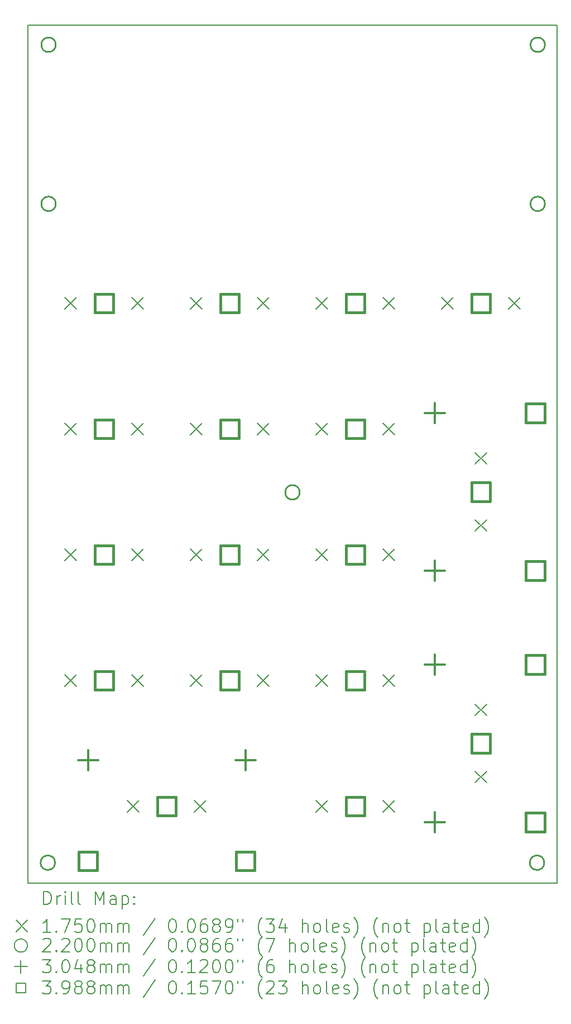
<source format=gbr>
%TF.GenerationSoftware,KiCad,Pcbnew,7.0.1*%
%TF.CreationDate,2023-10-11T20:02:27-04:00*%
%TF.ProjectId,keyboard,6b657962-6f61-4726-942e-6b696361645f,rev?*%
%TF.SameCoordinates,Original*%
%TF.FileFunction,Drillmap*%
%TF.FilePolarity,Positive*%
%FSLAX45Y45*%
G04 Gerber Fmt 4.5, Leading zero omitted, Abs format (unit mm)*
G04 Created by KiCad (PCBNEW 7.0.1) date 2023-10-11 20:02:27*
%MOMM*%
%LPD*%
G01*
G04 APERTURE LIST*
%ADD10C,0.200000*%
%ADD11C,0.175000*%
%ADD12C,0.220000*%
%ADD13C,0.304800*%
%ADD14C,0.398780*%
G04 APERTURE END LIST*
D10*
X26000000Y-10200000D02*
X34020000Y-10200000D01*
X34020000Y-23200000D02*
X26000000Y-23200000D01*
X34020000Y-10200000D02*
X34020000Y-23200000D01*
X26000000Y-23200000D02*
X26000000Y-10200000D01*
D11*
X26555500Y-14330500D02*
X26730500Y-14505500D01*
X26730500Y-14330500D02*
X26555500Y-14505500D01*
X26555500Y-16235500D02*
X26730500Y-16410500D01*
X26730500Y-16235500D02*
X26555500Y-16410500D01*
X26555500Y-18140500D02*
X26730500Y-18315500D01*
X26730500Y-18140500D02*
X26555500Y-18315500D01*
X26555500Y-20045500D02*
X26730500Y-20220500D01*
X26730500Y-20045500D02*
X26555500Y-20220500D01*
X27508000Y-21950500D02*
X27683000Y-22125500D01*
X27683000Y-21950500D02*
X27508000Y-22125500D01*
X27571500Y-14330500D02*
X27746500Y-14505500D01*
X27746500Y-14330500D02*
X27571500Y-14505500D01*
X27571500Y-16235500D02*
X27746500Y-16410500D01*
X27746500Y-16235500D02*
X27571500Y-16410500D01*
X27571500Y-18140500D02*
X27746500Y-18315500D01*
X27746500Y-18140500D02*
X27571500Y-18315500D01*
X27571500Y-20045500D02*
X27746500Y-20220500D01*
X27746500Y-20045500D02*
X27571500Y-20220500D01*
X28460500Y-14330500D02*
X28635500Y-14505500D01*
X28635500Y-14330500D02*
X28460500Y-14505500D01*
X28460500Y-16235500D02*
X28635500Y-16410500D01*
X28635500Y-16235500D02*
X28460500Y-16410500D01*
X28460500Y-18140500D02*
X28635500Y-18315500D01*
X28635500Y-18140500D02*
X28460500Y-18315500D01*
X28460500Y-20045500D02*
X28635500Y-20220500D01*
X28635500Y-20045500D02*
X28460500Y-20220500D01*
X28524000Y-21950500D02*
X28699000Y-22125500D01*
X28699000Y-21950500D02*
X28524000Y-22125500D01*
X29476500Y-14330500D02*
X29651500Y-14505500D01*
X29651500Y-14330500D02*
X29476500Y-14505500D01*
X29476500Y-16235500D02*
X29651500Y-16410500D01*
X29651500Y-16235500D02*
X29476500Y-16410500D01*
X29476500Y-18140500D02*
X29651500Y-18315500D01*
X29651500Y-18140500D02*
X29476500Y-18315500D01*
X29476500Y-20045500D02*
X29651500Y-20220500D01*
X29651500Y-20045500D02*
X29476500Y-20220500D01*
X30365500Y-14330500D02*
X30540500Y-14505500D01*
X30540500Y-14330500D02*
X30365500Y-14505500D01*
X30365500Y-16235500D02*
X30540500Y-16410500D01*
X30540500Y-16235500D02*
X30365500Y-16410500D01*
X30365500Y-18140500D02*
X30540500Y-18315500D01*
X30540500Y-18140500D02*
X30365500Y-18315500D01*
X30365500Y-20045500D02*
X30540500Y-20220500D01*
X30540500Y-20045500D02*
X30365500Y-20220500D01*
X30365500Y-21950500D02*
X30540500Y-22125500D01*
X30540500Y-21950500D02*
X30365500Y-22125500D01*
X31381500Y-14330500D02*
X31556500Y-14505500D01*
X31556500Y-14330500D02*
X31381500Y-14505500D01*
X31381500Y-16235500D02*
X31556500Y-16410500D01*
X31556500Y-16235500D02*
X31381500Y-16410500D01*
X31381500Y-18140500D02*
X31556500Y-18315500D01*
X31556500Y-18140500D02*
X31381500Y-18315500D01*
X31381500Y-20045500D02*
X31556500Y-20220500D01*
X31556500Y-20045500D02*
X31381500Y-20220500D01*
X31381500Y-21950500D02*
X31556500Y-22125500D01*
X31556500Y-21950500D02*
X31381500Y-22125500D01*
X32270500Y-14330500D02*
X32445500Y-14505500D01*
X32445500Y-14330500D02*
X32270500Y-14505500D01*
X32781000Y-16678300D02*
X32956000Y-16853300D01*
X32956000Y-16678300D02*
X32781000Y-16853300D01*
X32781000Y-17694300D02*
X32956000Y-17869300D01*
X32956000Y-17694300D02*
X32781000Y-17869300D01*
X32781000Y-20488300D02*
X32956000Y-20663300D01*
X32956000Y-20488300D02*
X32781000Y-20663300D01*
X32781000Y-21504300D02*
X32956000Y-21679300D01*
X32956000Y-21504300D02*
X32781000Y-21679300D01*
X33286500Y-14330500D02*
X33461500Y-14505500D01*
X33461500Y-14330500D02*
X33286500Y-14505500D01*
D12*
X26410000Y-22890000D02*
G75*
G03*
X26410000Y-22890000I-110000J0D01*
G01*
X26420000Y-10500000D02*
G75*
G03*
X26420000Y-10500000I-110000J0D01*
G01*
X26420000Y-12910000D02*
G75*
G03*
X26420000Y-12910000I-110000J0D01*
G01*
X30120000Y-17280000D02*
G75*
G03*
X30120000Y-17280000I-110000J0D01*
G01*
X33830000Y-22890000D02*
G75*
G03*
X33830000Y-22890000I-110000J0D01*
G01*
X33840000Y-10500000D02*
G75*
G03*
X33840000Y-10500000I-110000J0D01*
G01*
X33840000Y-12910000D02*
G75*
G03*
X33840000Y-12910000I-110000J0D01*
G01*
D13*
X26909700Y-21187100D02*
X26909700Y-21491900D01*
X26757300Y-21339500D02*
X27062100Y-21339500D01*
X29297300Y-21187100D02*
X29297300Y-21491900D01*
X29144900Y-21339500D02*
X29449700Y-21339500D01*
X32170000Y-15927600D02*
X32170000Y-16232400D01*
X32017600Y-16080000D02*
X32322400Y-16080000D01*
X32170000Y-18315200D02*
X32170000Y-18620000D01*
X32017600Y-18467600D02*
X32322400Y-18467600D01*
X32170000Y-19737600D02*
X32170000Y-20042400D01*
X32017600Y-19890000D02*
X32322400Y-19890000D01*
X32170000Y-22125200D02*
X32170000Y-22430000D01*
X32017600Y-22277600D02*
X32322400Y-22277600D01*
D14*
X27050691Y-23004491D02*
X27050691Y-22722509D01*
X26768709Y-22722509D01*
X26768709Y-23004491D01*
X27050691Y-23004491D01*
X27291991Y-14558991D02*
X27291991Y-14277009D01*
X27010009Y-14277009D01*
X27010009Y-14558991D01*
X27291991Y-14558991D01*
X27291991Y-16463991D02*
X27291991Y-16182009D01*
X27010009Y-16182009D01*
X27010009Y-16463991D01*
X27291991Y-16463991D01*
X27291991Y-18368991D02*
X27291991Y-18087009D01*
X27010009Y-18087009D01*
X27010009Y-18368991D01*
X27291991Y-18368991D01*
X27291991Y-20273991D02*
X27291991Y-19992009D01*
X27010009Y-19992009D01*
X27010009Y-20273991D01*
X27291991Y-20273991D01*
X28244491Y-22178991D02*
X28244491Y-21897009D01*
X27962509Y-21897009D01*
X27962509Y-22178991D01*
X28244491Y-22178991D01*
X29196991Y-14558991D02*
X29196991Y-14277009D01*
X28915009Y-14277009D01*
X28915009Y-14558991D01*
X29196991Y-14558991D01*
X29196991Y-16463991D02*
X29196991Y-16182009D01*
X28915009Y-16182009D01*
X28915009Y-16463991D01*
X29196991Y-16463991D01*
X29196991Y-18368991D02*
X29196991Y-18087009D01*
X28915009Y-18087009D01*
X28915009Y-18368991D01*
X29196991Y-18368991D01*
X29196991Y-20273991D02*
X29196991Y-19992009D01*
X28915009Y-19992009D01*
X28915009Y-20273991D01*
X29196991Y-20273991D01*
X29438291Y-23004491D02*
X29438291Y-22722509D01*
X29156309Y-22722509D01*
X29156309Y-23004491D01*
X29438291Y-23004491D01*
X31101991Y-14558991D02*
X31101991Y-14277009D01*
X30820009Y-14277009D01*
X30820009Y-14558991D01*
X31101991Y-14558991D01*
X31101991Y-16463991D02*
X31101991Y-16182009D01*
X30820009Y-16182009D01*
X30820009Y-16463991D01*
X31101991Y-16463991D01*
X31101991Y-18368991D02*
X31101991Y-18087009D01*
X30820009Y-18087009D01*
X30820009Y-18368991D01*
X31101991Y-18368991D01*
X31101991Y-20273991D02*
X31101991Y-19992009D01*
X30820009Y-19992009D01*
X30820009Y-20273991D01*
X31101991Y-20273991D01*
X31101991Y-22178991D02*
X31101991Y-21897009D01*
X30820009Y-21897009D01*
X30820009Y-22178991D01*
X31101991Y-22178991D01*
X33006991Y-14558991D02*
X33006991Y-14277009D01*
X32725009Y-14277009D01*
X32725009Y-14558991D01*
X33006991Y-14558991D01*
X33009491Y-17414791D02*
X33009491Y-17132809D01*
X32727509Y-17132809D01*
X32727509Y-17414791D01*
X33009491Y-17414791D01*
X33009491Y-21224791D02*
X33009491Y-20942809D01*
X32727509Y-20942809D01*
X32727509Y-21224791D01*
X33009491Y-21224791D01*
X33834991Y-16220991D02*
X33834991Y-15939009D01*
X33553009Y-15939009D01*
X33553009Y-16220991D01*
X33834991Y-16220991D01*
X33834991Y-18608591D02*
X33834991Y-18326609D01*
X33553009Y-18326609D01*
X33553009Y-18608591D01*
X33834991Y-18608591D01*
X33834991Y-20030991D02*
X33834991Y-19749009D01*
X33553009Y-19749009D01*
X33553009Y-20030991D01*
X33834991Y-20030991D01*
X33834991Y-22418591D02*
X33834991Y-22136609D01*
X33553009Y-22136609D01*
X33553009Y-22418591D01*
X33834991Y-22418591D01*
D10*
X26237619Y-23522524D02*
X26237619Y-23322524D01*
X26237619Y-23322524D02*
X26285238Y-23322524D01*
X26285238Y-23322524D02*
X26313809Y-23332048D01*
X26313809Y-23332048D02*
X26332857Y-23351095D01*
X26332857Y-23351095D02*
X26342381Y-23370143D01*
X26342381Y-23370143D02*
X26351905Y-23408238D01*
X26351905Y-23408238D02*
X26351905Y-23436809D01*
X26351905Y-23436809D02*
X26342381Y-23474905D01*
X26342381Y-23474905D02*
X26332857Y-23493952D01*
X26332857Y-23493952D02*
X26313809Y-23513000D01*
X26313809Y-23513000D02*
X26285238Y-23522524D01*
X26285238Y-23522524D02*
X26237619Y-23522524D01*
X26437619Y-23522524D02*
X26437619Y-23389190D01*
X26437619Y-23427286D02*
X26447143Y-23408238D01*
X26447143Y-23408238D02*
X26456667Y-23398714D01*
X26456667Y-23398714D02*
X26475714Y-23389190D01*
X26475714Y-23389190D02*
X26494762Y-23389190D01*
X26561428Y-23522524D02*
X26561428Y-23389190D01*
X26561428Y-23322524D02*
X26551905Y-23332048D01*
X26551905Y-23332048D02*
X26561428Y-23341571D01*
X26561428Y-23341571D02*
X26570952Y-23332048D01*
X26570952Y-23332048D02*
X26561428Y-23322524D01*
X26561428Y-23322524D02*
X26561428Y-23341571D01*
X26685238Y-23522524D02*
X26666190Y-23513000D01*
X26666190Y-23513000D02*
X26656667Y-23493952D01*
X26656667Y-23493952D02*
X26656667Y-23322524D01*
X26790000Y-23522524D02*
X26770952Y-23513000D01*
X26770952Y-23513000D02*
X26761428Y-23493952D01*
X26761428Y-23493952D02*
X26761428Y-23322524D01*
X27018571Y-23522524D02*
X27018571Y-23322524D01*
X27018571Y-23322524D02*
X27085238Y-23465381D01*
X27085238Y-23465381D02*
X27151905Y-23322524D01*
X27151905Y-23322524D02*
X27151905Y-23522524D01*
X27332857Y-23522524D02*
X27332857Y-23417762D01*
X27332857Y-23417762D02*
X27323333Y-23398714D01*
X27323333Y-23398714D02*
X27304286Y-23389190D01*
X27304286Y-23389190D02*
X27266190Y-23389190D01*
X27266190Y-23389190D02*
X27247143Y-23398714D01*
X27332857Y-23513000D02*
X27313809Y-23522524D01*
X27313809Y-23522524D02*
X27266190Y-23522524D01*
X27266190Y-23522524D02*
X27247143Y-23513000D01*
X27247143Y-23513000D02*
X27237619Y-23493952D01*
X27237619Y-23493952D02*
X27237619Y-23474905D01*
X27237619Y-23474905D02*
X27247143Y-23455857D01*
X27247143Y-23455857D02*
X27266190Y-23446333D01*
X27266190Y-23446333D02*
X27313809Y-23446333D01*
X27313809Y-23446333D02*
X27332857Y-23436809D01*
X27428095Y-23389190D02*
X27428095Y-23589190D01*
X27428095Y-23398714D02*
X27447143Y-23389190D01*
X27447143Y-23389190D02*
X27485238Y-23389190D01*
X27485238Y-23389190D02*
X27504286Y-23398714D01*
X27504286Y-23398714D02*
X27513809Y-23408238D01*
X27513809Y-23408238D02*
X27523333Y-23427286D01*
X27523333Y-23427286D02*
X27523333Y-23484428D01*
X27523333Y-23484428D02*
X27513809Y-23503476D01*
X27513809Y-23503476D02*
X27504286Y-23513000D01*
X27504286Y-23513000D02*
X27485238Y-23522524D01*
X27485238Y-23522524D02*
X27447143Y-23522524D01*
X27447143Y-23522524D02*
X27428095Y-23513000D01*
X27609048Y-23503476D02*
X27618571Y-23513000D01*
X27618571Y-23513000D02*
X27609048Y-23522524D01*
X27609048Y-23522524D02*
X27599524Y-23513000D01*
X27599524Y-23513000D02*
X27609048Y-23503476D01*
X27609048Y-23503476D02*
X27609048Y-23522524D01*
X27609048Y-23398714D02*
X27618571Y-23408238D01*
X27618571Y-23408238D02*
X27609048Y-23417762D01*
X27609048Y-23417762D02*
X27599524Y-23408238D01*
X27599524Y-23408238D02*
X27609048Y-23398714D01*
X27609048Y-23398714D02*
X27609048Y-23417762D01*
D11*
X25815000Y-23762500D02*
X25990000Y-23937500D01*
X25990000Y-23762500D02*
X25815000Y-23937500D01*
D10*
X26342381Y-23942524D02*
X26228095Y-23942524D01*
X26285238Y-23942524D02*
X26285238Y-23742524D01*
X26285238Y-23742524D02*
X26266190Y-23771095D01*
X26266190Y-23771095D02*
X26247143Y-23790143D01*
X26247143Y-23790143D02*
X26228095Y-23799667D01*
X26428095Y-23923476D02*
X26437619Y-23933000D01*
X26437619Y-23933000D02*
X26428095Y-23942524D01*
X26428095Y-23942524D02*
X26418571Y-23933000D01*
X26418571Y-23933000D02*
X26428095Y-23923476D01*
X26428095Y-23923476D02*
X26428095Y-23942524D01*
X26504286Y-23742524D02*
X26637619Y-23742524D01*
X26637619Y-23742524D02*
X26551905Y-23942524D01*
X26809048Y-23742524D02*
X26713809Y-23742524D01*
X26713809Y-23742524D02*
X26704286Y-23837762D01*
X26704286Y-23837762D02*
X26713809Y-23828238D01*
X26713809Y-23828238D02*
X26732857Y-23818714D01*
X26732857Y-23818714D02*
X26780476Y-23818714D01*
X26780476Y-23818714D02*
X26799524Y-23828238D01*
X26799524Y-23828238D02*
X26809048Y-23837762D01*
X26809048Y-23837762D02*
X26818571Y-23856809D01*
X26818571Y-23856809D02*
X26818571Y-23904428D01*
X26818571Y-23904428D02*
X26809048Y-23923476D01*
X26809048Y-23923476D02*
X26799524Y-23933000D01*
X26799524Y-23933000D02*
X26780476Y-23942524D01*
X26780476Y-23942524D02*
X26732857Y-23942524D01*
X26732857Y-23942524D02*
X26713809Y-23933000D01*
X26713809Y-23933000D02*
X26704286Y-23923476D01*
X26942381Y-23742524D02*
X26961429Y-23742524D01*
X26961429Y-23742524D02*
X26980476Y-23752048D01*
X26980476Y-23752048D02*
X26990000Y-23761571D01*
X26990000Y-23761571D02*
X26999524Y-23780619D01*
X26999524Y-23780619D02*
X27009048Y-23818714D01*
X27009048Y-23818714D02*
X27009048Y-23866333D01*
X27009048Y-23866333D02*
X26999524Y-23904428D01*
X26999524Y-23904428D02*
X26990000Y-23923476D01*
X26990000Y-23923476D02*
X26980476Y-23933000D01*
X26980476Y-23933000D02*
X26961429Y-23942524D01*
X26961429Y-23942524D02*
X26942381Y-23942524D01*
X26942381Y-23942524D02*
X26923333Y-23933000D01*
X26923333Y-23933000D02*
X26913809Y-23923476D01*
X26913809Y-23923476D02*
X26904286Y-23904428D01*
X26904286Y-23904428D02*
X26894762Y-23866333D01*
X26894762Y-23866333D02*
X26894762Y-23818714D01*
X26894762Y-23818714D02*
X26904286Y-23780619D01*
X26904286Y-23780619D02*
X26913809Y-23761571D01*
X26913809Y-23761571D02*
X26923333Y-23752048D01*
X26923333Y-23752048D02*
X26942381Y-23742524D01*
X27094762Y-23942524D02*
X27094762Y-23809190D01*
X27094762Y-23828238D02*
X27104286Y-23818714D01*
X27104286Y-23818714D02*
X27123333Y-23809190D01*
X27123333Y-23809190D02*
X27151905Y-23809190D01*
X27151905Y-23809190D02*
X27170952Y-23818714D01*
X27170952Y-23818714D02*
X27180476Y-23837762D01*
X27180476Y-23837762D02*
X27180476Y-23942524D01*
X27180476Y-23837762D02*
X27190000Y-23818714D01*
X27190000Y-23818714D02*
X27209048Y-23809190D01*
X27209048Y-23809190D02*
X27237619Y-23809190D01*
X27237619Y-23809190D02*
X27256667Y-23818714D01*
X27256667Y-23818714D02*
X27266190Y-23837762D01*
X27266190Y-23837762D02*
X27266190Y-23942524D01*
X27361429Y-23942524D02*
X27361429Y-23809190D01*
X27361429Y-23828238D02*
X27370952Y-23818714D01*
X27370952Y-23818714D02*
X27390000Y-23809190D01*
X27390000Y-23809190D02*
X27418571Y-23809190D01*
X27418571Y-23809190D02*
X27437619Y-23818714D01*
X27437619Y-23818714D02*
X27447143Y-23837762D01*
X27447143Y-23837762D02*
X27447143Y-23942524D01*
X27447143Y-23837762D02*
X27456667Y-23818714D01*
X27456667Y-23818714D02*
X27475714Y-23809190D01*
X27475714Y-23809190D02*
X27504286Y-23809190D01*
X27504286Y-23809190D02*
X27523333Y-23818714D01*
X27523333Y-23818714D02*
X27532857Y-23837762D01*
X27532857Y-23837762D02*
X27532857Y-23942524D01*
X27923333Y-23733000D02*
X27751905Y-23990143D01*
X28180476Y-23742524D02*
X28199524Y-23742524D01*
X28199524Y-23742524D02*
X28218572Y-23752048D01*
X28218572Y-23752048D02*
X28228095Y-23761571D01*
X28228095Y-23761571D02*
X28237619Y-23780619D01*
X28237619Y-23780619D02*
X28247143Y-23818714D01*
X28247143Y-23818714D02*
X28247143Y-23866333D01*
X28247143Y-23866333D02*
X28237619Y-23904428D01*
X28237619Y-23904428D02*
X28228095Y-23923476D01*
X28228095Y-23923476D02*
X28218572Y-23933000D01*
X28218572Y-23933000D02*
X28199524Y-23942524D01*
X28199524Y-23942524D02*
X28180476Y-23942524D01*
X28180476Y-23942524D02*
X28161429Y-23933000D01*
X28161429Y-23933000D02*
X28151905Y-23923476D01*
X28151905Y-23923476D02*
X28142381Y-23904428D01*
X28142381Y-23904428D02*
X28132857Y-23866333D01*
X28132857Y-23866333D02*
X28132857Y-23818714D01*
X28132857Y-23818714D02*
X28142381Y-23780619D01*
X28142381Y-23780619D02*
X28151905Y-23761571D01*
X28151905Y-23761571D02*
X28161429Y-23752048D01*
X28161429Y-23752048D02*
X28180476Y-23742524D01*
X28332857Y-23923476D02*
X28342381Y-23933000D01*
X28342381Y-23933000D02*
X28332857Y-23942524D01*
X28332857Y-23942524D02*
X28323333Y-23933000D01*
X28323333Y-23933000D02*
X28332857Y-23923476D01*
X28332857Y-23923476D02*
X28332857Y-23942524D01*
X28466191Y-23742524D02*
X28485238Y-23742524D01*
X28485238Y-23742524D02*
X28504286Y-23752048D01*
X28504286Y-23752048D02*
X28513810Y-23761571D01*
X28513810Y-23761571D02*
X28523333Y-23780619D01*
X28523333Y-23780619D02*
X28532857Y-23818714D01*
X28532857Y-23818714D02*
X28532857Y-23866333D01*
X28532857Y-23866333D02*
X28523333Y-23904428D01*
X28523333Y-23904428D02*
X28513810Y-23923476D01*
X28513810Y-23923476D02*
X28504286Y-23933000D01*
X28504286Y-23933000D02*
X28485238Y-23942524D01*
X28485238Y-23942524D02*
X28466191Y-23942524D01*
X28466191Y-23942524D02*
X28447143Y-23933000D01*
X28447143Y-23933000D02*
X28437619Y-23923476D01*
X28437619Y-23923476D02*
X28428095Y-23904428D01*
X28428095Y-23904428D02*
X28418572Y-23866333D01*
X28418572Y-23866333D02*
X28418572Y-23818714D01*
X28418572Y-23818714D02*
X28428095Y-23780619D01*
X28428095Y-23780619D02*
X28437619Y-23761571D01*
X28437619Y-23761571D02*
X28447143Y-23752048D01*
X28447143Y-23752048D02*
X28466191Y-23742524D01*
X28704286Y-23742524D02*
X28666191Y-23742524D01*
X28666191Y-23742524D02*
X28647143Y-23752048D01*
X28647143Y-23752048D02*
X28637619Y-23761571D01*
X28637619Y-23761571D02*
X28618572Y-23790143D01*
X28618572Y-23790143D02*
X28609048Y-23828238D01*
X28609048Y-23828238D02*
X28609048Y-23904428D01*
X28609048Y-23904428D02*
X28618572Y-23923476D01*
X28618572Y-23923476D02*
X28628095Y-23933000D01*
X28628095Y-23933000D02*
X28647143Y-23942524D01*
X28647143Y-23942524D02*
X28685238Y-23942524D01*
X28685238Y-23942524D02*
X28704286Y-23933000D01*
X28704286Y-23933000D02*
X28713810Y-23923476D01*
X28713810Y-23923476D02*
X28723333Y-23904428D01*
X28723333Y-23904428D02*
X28723333Y-23856809D01*
X28723333Y-23856809D02*
X28713810Y-23837762D01*
X28713810Y-23837762D02*
X28704286Y-23828238D01*
X28704286Y-23828238D02*
X28685238Y-23818714D01*
X28685238Y-23818714D02*
X28647143Y-23818714D01*
X28647143Y-23818714D02*
X28628095Y-23828238D01*
X28628095Y-23828238D02*
X28618572Y-23837762D01*
X28618572Y-23837762D02*
X28609048Y-23856809D01*
X28837619Y-23828238D02*
X28818572Y-23818714D01*
X28818572Y-23818714D02*
X28809048Y-23809190D01*
X28809048Y-23809190D02*
X28799524Y-23790143D01*
X28799524Y-23790143D02*
X28799524Y-23780619D01*
X28799524Y-23780619D02*
X28809048Y-23761571D01*
X28809048Y-23761571D02*
X28818572Y-23752048D01*
X28818572Y-23752048D02*
X28837619Y-23742524D01*
X28837619Y-23742524D02*
X28875714Y-23742524D01*
X28875714Y-23742524D02*
X28894762Y-23752048D01*
X28894762Y-23752048D02*
X28904286Y-23761571D01*
X28904286Y-23761571D02*
X28913810Y-23780619D01*
X28913810Y-23780619D02*
X28913810Y-23790143D01*
X28913810Y-23790143D02*
X28904286Y-23809190D01*
X28904286Y-23809190D02*
X28894762Y-23818714D01*
X28894762Y-23818714D02*
X28875714Y-23828238D01*
X28875714Y-23828238D02*
X28837619Y-23828238D01*
X28837619Y-23828238D02*
X28818572Y-23837762D01*
X28818572Y-23837762D02*
X28809048Y-23847286D01*
X28809048Y-23847286D02*
X28799524Y-23866333D01*
X28799524Y-23866333D02*
X28799524Y-23904428D01*
X28799524Y-23904428D02*
X28809048Y-23923476D01*
X28809048Y-23923476D02*
X28818572Y-23933000D01*
X28818572Y-23933000D02*
X28837619Y-23942524D01*
X28837619Y-23942524D02*
X28875714Y-23942524D01*
X28875714Y-23942524D02*
X28894762Y-23933000D01*
X28894762Y-23933000D02*
X28904286Y-23923476D01*
X28904286Y-23923476D02*
X28913810Y-23904428D01*
X28913810Y-23904428D02*
X28913810Y-23866333D01*
X28913810Y-23866333D02*
X28904286Y-23847286D01*
X28904286Y-23847286D02*
X28894762Y-23837762D01*
X28894762Y-23837762D02*
X28875714Y-23828238D01*
X29009048Y-23942524D02*
X29047143Y-23942524D01*
X29047143Y-23942524D02*
X29066191Y-23933000D01*
X29066191Y-23933000D02*
X29075714Y-23923476D01*
X29075714Y-23923476D02*
X29094762Y-23894905D01*
X29094762Y-23894905D02*
X29104286Y-23856809D01*
X29104286Y-23856809D02*
X29104286Y-23780619D01*
X29104286Y-23780619D02*
X29094762Y-23761571D01*
X29094762Y-23761571D02*
X29085238Y-23752048D01*
X29085238Y-23752048D02*
X29066191Y-23742524D01*
X29066191Y-23742524D02*
X29028095Y-23742524D01*
X29028095Y-23742524D02*
X29009048Y-23752048D01*
X29009048Y-23752048D02*
X28999524Y-23761571D01*
X28999524Y-23761571D02*
X28990000Y-23780619D01*
X28990000Y-23780619D02*
X28990000Y-23828238D01*
X28990000Y-23828238D02*
X28999524Y-23847286D01*
X28999524Y-23847286D02*
X29009048Y-23856809D01*
X29009048Y-23856809D02*
X29028095Y-23866333D01*
X29028095Y-23866333D02*
X29066191Y-23866333D01*
X29066191Y-23866333D02*
X29085238Y-23856809D01*
X29085238Y-23856809D02*
X29094762Y-23847286D01*
X29094762Y-23847286D02*
X29104286Y-23828238D01*
X29180476Y-23742524D02*
X29180476Y-23780619D01*
X29256667Y-23742524D02*
X29256667Y-23780619D01*
X29551905Y-24018714D02*
X29542381Y-24009190D01*
X29542381Y-24009190D02*
X29523334Y-23980619D01*
X29523334Y-23980619D02*
X29513810Y-23961571D01*
X29513810Y-23961571D02*
X29504286Y-23933000D01*
X29504286Y-23933000D02*
X29494762Y-23885381D01*
X29494762Y-23885381D02*
X29494762Y-23847286D01*
X29494762Y-23847286D02*
X29504286Y-23799667D01*
X29504286Y-23799667D02*
X29513810Y-23771095D01*
X29513810Y-23771095D02*
X29523334Y-23752048D01*
X29523334Y-23752048D02*
X29542381Y-23723476D01*
X29542381Y-23723476D02*
X29551905Y-23713952D01*
X29609048Y-23742524D02*
X29732857Y-23742524D01*
X29732857Y-23742524D02*
X29666191Y-23818714D01*
X29666191Y-23818714D02*
X29694762Y-23818714D01*
X29694762Y-23818714D02*
X29713810Y-23828238D01*
X29713810Y-23828238D02*
X29723334Y-23837762D01*
X29723334Y-23837762D02*
X29732857Y-23856809D01*
X29732857Y-23856809D02*
X29732857Y-23904428D01*
X29732857Y-23904428D02*
X29723334Y-23923476D01*
X29723334Y-23923476D02*
X29713810Y-23933000D01*
X29713810Y-23933000D02*
X29694762Y-23942524D01*
X29694762Y-23942524D02*
X29637619Y-23942524D01*
X29637619Y-23942524D02*
X29618572Y-23933000D01*
X29618572Y-23933000D02*
X29609048Y-23923476D01*
X29904286Y-23809190D02*
X29904286Y-23942524D01*
X29856667Y-23733000D02*
X29809048Y-23875857D01*
X29809048Y-23875857D02*
X29932857Y-23875857D01*
X30161429Y-23942524D02*
X30161429Y-23742524D01*
X30247143Y-23942524D02*
X30247143Y-23837762D01*
X30247143Y-23837762D02*
X30237619Y-23818714D01*
X30237619Y-23818714D02*
X30218572Y-23809190D01*
X30218572Y-23809190D02*
X30190000Y-23809190D01*
X30190000Y-23809190D02*
X30170953Y-23818714D01*
X30170953Y-23818714D02*
X30161429Y-23828238D01*
X30370953Y-23942524D02*
X30351905Y-23933000D01*
X30351905Y-23933000D02*
X30342381Y-23923476D01*
X30342381Y-23923476D02*
X30332857Y-23904428D01*
X30332857Y-23904428D02*
X30332857Y-23847286D01*
X30332857Y-23847286D02*
X30342381Y-23828238D01*
X30342381Y-23828238D02*
X30351905Y-23818714D01*
X30351905Y-23818714D02*
X30370953Y-23809190D01*
X30370953Y-23809190D02*
X30399524Y-23809190D01*
X30399524Y-23809190D02*
X30418572Y-23818714D01*
X30418572Y-23818714D02*
X30428096Y-23828238D01*
X30428096Y-23828238D02*
X30437619Y-23847286D01*
X30437619Y-23847286D02*
X30437619Y-23904428D01*
X30437619Y-23904428D02*
X30428096Y-23923476D01*
X30428096Y-23923476D02*
X30418572Y-23933000D01*
X30418572Y-23933000D02*
X30399524Y-23942524D01*
X30399524Y-23942524D02*
X30370953Y-23942524D01*
X30551905Y-23942524D02*
X30532857Y-23933000D01*
X30532857Y-23933000D02*
X30523334Y-23913952D01*
X30523334Y-23913952D02*
X30523334Y-23742524D01*
X30704286Y-23933000D02*
X30685238Y-23942524D01*
X30685238Y-23942524D02*
X30647143Y-23942524D01*
X30647143Y-23942524D02*
X30628096Y-23933000D01*
X30628096Y-23933000D02*
X30618572Y-23913952D01*
X30618572Y-23913952D02*
X30618572Y-23837762D01*
X30618572Y-23837762D02*
X30628096Y-23818714D01*
X30628096Y-23818714D02*
X30647143Y-23809190D01*
X30647143Y-23809190D02*
X30685238Y-23809190D01*
X30685238Y-23809190D02*
X30704286Y-23818714D01*
X30704286Y-23818714D02*
X30713810Y-23837762D01*
X30713810Y-23837762D02*
X30713810Y-23856809D01*
X30713810Y-23856809D02*
X30618572Y-23875857D01*
X30790000Y-23933000D02*
X30809048Y-23942524D01*
X30809048Y-23942524D02*
X30847143Y-23942524D01*
X30847143Y-23942524D02*
X30866191Y-23933000D01*
X30866191Y-23933000D02*
X30875715Y-23913952D01*
X30875715Y-23913952D02*
X30875715Y-23904428D01*
X30875715Y-23904428D02*
X30866191Y-23885381D01*
X30866191Y-23885381D02*
X30847143Y-23875857D01*
X30847143Y-23875857D02*
X30818572Y-23875857D01*
X30818572Y-23875857D02*
X30799524Y-23866333D01*
X30799524Y-23866333D02*
X30790000Y-23847286D01*
X30790000Y-23847286D02*
X30790000Y-23837762D01*
X30790000Y-23837762D02*
X30799524Y-23818714D01*
X30799524Y-23818714D02*
X30818572Y-23809190D01*
X30818572Y-23809190D02*
X30847143Y-23809190D01*
X30847143Y-23809190D02*
X30866191Y-23818714D01*
X30942381Y-24018714D02*
X30951905Y-24009190D01*
X30951905Y-24009190D02*
X30970953Y-23980619D01*
X30970953Y-23980619D02*
X30980477Y-23961571D01*
X30980477Y-23961571D02*
X30990000Y-23933000D01*
X30990000Y-23933000D02*
X30999524Y-23885381D01*
X30999524Y-23885381D02*
X30999524Y-23847286D01*
X30999524Y-23847286D02*
X30990000Y-23799667D01*
X30990000Y-23799667D02*
X30980477Y-23771095D01*
X30980477Y-23771095D02*
X30970953Y-23752048D01*
X30970953Y-23752048D02*
X30951905Y-23723476D01*
X30951905Y-23723476D02*
X30942381Y-23713952D01*
X31304286Y-24018714D02*
X31294762Y-24009190D01*
X31294762Y-24009190D02*
X31275715Y-23980619D01*
X31275715Y-23980619D02*
X31266191Y-23961571D01*
X31266191Y-23961571D02*
X31256667Y-23933000D01*
X31256667Y-23933000D02*
X31247143Y-23885381D01*
X31247143Y-23885381D02*
X31247143Y-23847286D01*
X31247143Y-23847286D02*
X31256667Y-23799667D01*
X31256667Y-23799667D02*
X31266191Y-23771095D01*
X31266191Y-23771095D02*
X31275715Y-23752048D01*
X31275715Y-23752048D02*
X31294762Y-23723476D01*
X31294762Y-23723476D02*
X31304286Y-23713952D01*
X31380477Y-23809190D02*
X31380477Y-23942524D01*
X31380477Y-23828238D02*
X31390000Y-23818714D01*
X31390000Y-23818714D02*
X31409048Y-23809190D01*
X31409048Y-23809190D02*
X31437619Y-23809190D01*
X31437619Y-23809190D02*
X31456667Y-23818714D01*
X31456667Y-23818714D02*
X31466191Y-23837762D01*
X31466191Y-23837762D02*
X31466191Y-23942524D01*
X31590000Y-23942524D02*
X31570953Y-23933000D01*
X31570953Y-23933000D02*
X31561429Y-23923476D01*
X31561429Y-23923476D02*
X31551905Y-23904428D01*
X31551905Y-23904428D02*
X31551905Y-23847286D01*
X31551905Y-23847286D02*
X31561429Y-23828238D01*
X31561429Y-23828238D02*
X31570953Y-23818714D01*
X31570953Y-23818714D02*
X31590000Y-23809190D01*
X31590000Y-23809190D02*
X31618572Y-23809190D01*
X31618572Y-23809190D02*
X31637619Y-23818714D01*
X31637619Y-23818714D02*
X31647143Y-23828238D01*
X31647143Y-23828238D02*
X31656667Y-23847286D01*
X31656667Y-23847286D02*
X31656667Y-23904428D01*
X31656667Y-23904428D02*
X31647143Y-23923476D01*
X31647143Y-23923476D02*
X31637619Y-23933000D01*
X31637619Y-23933000D02*
X31618572Y-23942524D01*
X31618572Y-23942524D02*
X31590000Y-23942524D01*
X31713810Y-23809190D02*
X31790000Y-23809190D01*
X31742381Y-23742524D02*
X31742381Y-23913952D01*
X31742381Y-23913952D02*
X31751905Y-23933000D01*
X31751905Y-23933000D02*
X31770953Y-23942524D01*
X31770953Y-23942524D02*
X31790000Y-23942524D01*
X32009048Y-23809190D02*
X32009048Y-24009190D01*
X32009048Y-23818714D02*
X32028096Y-23809190D01*
X32028096Y-23809190D02*
X32066191Y-23809190D01*
X32066191Y-23809190D02*
X32085239Y-23818714D01*
X32085239Y-23818714D02*
X32094762Y-23828238D01*
X32094762Y-23828238D02*
X32104286Y-23847286D01*
X32104286Y-23847286D02*
X32104286Y-23904428D01*
X32104286Y-23904428D02*
X32094762Y-23923476D01*
X32094762Y-23923476D02*
X32085239Y-23933000D01*
X32085239Y-23933000D02*
X32066191Y-23942524D01*
X32066191Y-23942524D02*
X32028096Y-23942524D01*
X32028096Y-23942524D02*
X32009048Y-23933000D01*
X32218572Y-23942524D02*
X32199524Y-23933000D01*
X32199524Y-23933000D02*
X32190000Y-23913952D01*
X32190000Y-23913952D02*
X32190000Y-23742524D01*
X32380477Y-23942524D02*
X32380477Y-23837762D01*
X32380477Y-23837762D02*
X32370953Y-23818714D01*
X32370953Y-23818714D02*
X32351905Y-23809190D01*
X32351905Y-23809190D02*
X32313810Y-23809190D01*
X32313810Y-23809190D02*
X32294762Y-23818714D01*
X32380477Y-23933000D02*
X32361429Y-23942524D01*
X32361429Y-23942524D02*
X32313810Y-23942524D01*
X32313810Y-23942524D02*
X32294762Y-23933000D01*
X32294762Y-23933000D02*
X32285239Y-23913952D01*
X32285239Y-23913952D02*
X32285239Y-23894905D01*
X32285239Y-23894905D02*
X32294762Y-23875857D01*
X32294762Y-23875857D02*
X32313810Y-23866333D01*
X32313810Y-23866333D02*
X32361429Y-23866333D01*
X32361429Y-23866333D02*
X32380477Y-23856809D01*
X32447143Y-23809190D02*
X32523334Y-23809190D01*
X32475715Y-23742524D02*
X32475715Y-23913952D01*
X32475715Y-23913952D02*
X32485239Y-23933000D01*
X32485239Y-23933000D02*
X32504286Y-23942524D01*
X32504286Y-23942524D02*
X32523334Y-23942524D01*
X32666191Y-23933000D02*
X32647143Y-23942524D01*
X32647143Y-23942524D02*
X32609048Y-23942524D01*
X32609048Y-23942524D02*
X32590000Y-23933000D01*
X32590000Y-23933000D02*
X32580477Y-23913952D01*
X32580477Y-23913952D02*
X32580477Y-23837762D01*
X32580477Y-23837762D02*
X32590000Y-23818714D01*
X32590000Y-23818714D02*
X32609048Y-23809190D01*
X32609048Y-23809190D02*
X32647143Y-23809190D01*
X32647143Y-23809190D02*
X32666191Y-23818714D01*
X32666191Y-23818714D02*
X32675715Y-23837762D01*
X32675715Y-23837762D02*
X32675715Y-23856809D01*
X32675715Y-23856809D02*
X32580477Y-23875857D01*
X32847143Y-23942524D02*
X32847143Y-23742524D01*
X32847143Y-23933000D02*
X32828096Y-23942524D01*
X32828096Y-23942524D02*
X32790000Y-23942524D01*
X32790000Y-23942524D02*
X32770953Y-23933000D01*
X32770953Y-23933000D02*
X32761429Y-23923476D01*
X32761429Y-23923476D02*
X32751905Y-23904428D01*
X32751905Y-23904428D02*
X32751905Y-23847286D01*
X32751905Y-23847286D02*
X32761429Y-23828238D01*
X32761429Y-23828238D02*
X32770953Y-23818714D01*
X32770953Y-23818714D02*
X32790000Y-23809190D01*
X32790000Y-23809190D02*
X32828096Y-23809190D01*
X32828096Y-23809190D02*
X32847143Y-23818714D01*
X32923334Y-24018714D02*
X32932858Y-24009190D01*
X32932858Y-24009190D02*
X32951905Y-23980619D01*
X32951905Y-23980619D02*
X32961429Y-23961571D01*
X32961429Y-23961571D02*
X32970953Y-23933000D01*
X32970953Y-23933000D02*
X32980477Y-23885381D01*
X32980477Y-23885381D02*
X32980477Y-23847286D01*
X32980477Y-23847286D02*
X32970953Y-23799667D01*
X32970953Y-23799667D02*
X32961429Y-23771095D01*
X32961429Y-23771095D02*
X32951905Y-23752048D01*
X32951905Y-23752048D02*
X32932858Y-23723476D01*
X32932858Y-23723476D02*
X32923334Y-23713952D01*
X25990000Y-24145000D02*
G75*
G03*
X25990000Y-24145000I-100000J0D01*
G01*
X26228095Y-24056571D02*
X26237619Y-24047048D01*
X26237619Y-24047048D02*
X26256667Y-24037524D01*
X26256667Y-24037524D02*
X26304286Y-24037524D01*
X26304286Y-24037524D02*
X26323333Y-24047048D01*
X26323333Y-24047048D02*
X26332857Y-24056571D01*
X26332857Y-24056571D02*
X26342381Y-24075619D01*
X26342381Y-24075619D02*
X26342381Y-24094667D01*
X26342381Y-24094667D02*
X26332857Y-24123238D01*
X26332857Y-24123238D02*
X26218571Y-24237524D01*
X26218571Y-24237524D02*
X26342381Y-24237524D01*
X26428095Y-24218476D02*
X26437619Y-24228000D01*
X26437619Y-24228000D02*
X26428095Y-24237524D01*
X26428095Y-24237524D02*
X26418571Y-24228000D01*
X26418571Y-24228000D02*
X26428095Y-24218476D01*
X26428095Y-24218476D02*
X26428095Y-24237524D01*
X26513809Y-24056571D02*
X26523333Y-24047048D01*
X26523333Y-24047048D02*
X26542381Y-24037524D01*
X26542381Y-24037524D02*
X26590000Y-24037524D01*
X26590000Y-24037524D02*
X26609048Y-24047048D01*
X26609048Y-24047048D02*
X26618571Y-24056571D01*
X26618571Y-24056571D02*
X26628095Y-24075619D01*
X26628095Y-24075619D02*
X26628095Y-24094667D01*
X26628095Y-24094667D02*
X26618571Y-24123238D01*
X26618571Y-24123238D02*
X26504286Y-24237524D01*
X26504286Y-24237524D02*
X26628095Y-24237524D01*
X26751905Y-24037524D02*
X26770952Y-24037524D01*
X26770952Y-24037524D02*
X26790000Y-24047048D01*
X26790000Y-24047048D02*
X26799524Y-24056571D01*
X26799524Y-24056571D02*
X26809048Y-24075619D01*
X26809048Y-24075619D02*
X26818571Y-24113714D01*
X26818571Y-24113714D02*
X26818571Y-24161333D01*
X26818571Y-24161333D02*
X26809048Y-24199428D01*
X26809048Y-24199428D02*
X26799524Y-24218476D01*
X26799524Y-24218476D02*
X26790000Y-24228000D01*
X26790000Y-24228000D02*
X26770952Y-24237524D01*
X26770952Y-24237524D02*
X26751905Y-24237524D01*
X26751905Y-24237524D02*
X26732857Y-24228000D01*
X26732857Y-24228000D02*
X26723333Y-24218476D01*
X26723333Y-24218476D02*
X26713809Y-24199428D01*
X26713809Y-24199428D02*
X26704286Y-24161333D01*
X26704286Y-24161333D02*
X26704286Y-24113714D01*
X26704286Y-24113714D02*
X26713809Y-24075619D01*
X26713809Y-24075619D02*
X26723333Y-24056571D01*
X26723333Y-24056571D02*
X26732857Y-24047048D01*
X26732857Y-24047048D02*
X26751905Y-24037524D01*
X26942381Y-24037524D02*
X26961429Y-24037524D01*
X26961429Y-24037524D02*
X26980476Y-24047048D01*
X26980476Y-24047048D02*
X26990000Y-24056571D01*
X26990000Y-24056571D02*
X26999524Y-24075619D01*
X26999524Y-24075619D02*
X27009048Y-24113714D01*
X27009048Y-24113714D02*
X27009048Y-24161333D01*
X27009048Y-24161333D02*
X26999524Y-24199428D01*
X26999524Y-24199428D02*
X26990000Y-24218476D01*
X26990000Y-24218476D02*
X26980476Y-24228000D01*
X26980476Y-24228000D02*
X26961429Y-24237524D01*
X26961429Y-24237524D02*
X26942381Y-24237524D01*
X26942381Y-24237524D02*
X26923333Y-24228000D01*
X26923333Y-24228000D02*
X26913809Y-24218476D01*
X26913809Y-24218476D02*
X26904286Y-24199428D01*
X26904286Y-24199428D02*
X26894762Y-24161333D01*
X26894762Y-24161333D02*
X26894762Y-24113714D01*
X26894762Y-24113714D02*
X26904286Y-24075619D01*
X26904286Y-24075619D02*
X26913809Y-24056571D01*
X26913809Y-24056571D02*
X26923333Y-24047048D01*
X26923333Y-24047048D02*
X26942381Y-24037524D01*
X27094762Y-24237524D02*
X27094762Y-24104190D01*
X27094762Y-24123238D02*
X27104286Y-24113714D01*
X27104286Y-24113714D02*
X27123333Y-24104190D01*
X27123333Y-24104190D02*
X27151905Y-24104190D01*
X27151905Y-24104190D02*
X27170952Y-24113714D01*
X27170952Y-24113714D02*
X27180476Y-24132762D01*
X27180476Y-24132762D02*
X27180476Y-24237524D01*
X27180476Y-24132762D02*
X27190000Y-24113714D01*
X27190000Y-24113714D02*
X27209048Y-24104190D01*
X27209048Y-24104190D02*
X27237619Y-24104190D01*
X27237619Y-24104190D02*
X27256667Y-24113714D01*
X27256667Y-24113714D02*
X27266190Y-24132762D01*
X27266190Y-24132762D02*
X27266190Y-24237524D01*
X27361429Y-24237524D02*
X27361429Y-24104190D01*
X27361429Y-24123238D02*
X27370952Y-24113714D01*
X27370952Y-24113714D02*
X27390000Y-24104190D01*
X27390000Y-24104190D02*
X27418571Y-24104190D01*
X27418571Y-24104190D02*
X27437619Y-24113714D01*
X27437619Y-24113714D02*
X27447143Y-24132762D01*
X27447143Y-24132762D02*
X27447143Y-24237524D01*
X27447143Y-24132762D02*
X27456667Y-24113714D01*
X27456667Y-24113714D02*
X27475714Y-24104190D01*
X27475714Y-24104190D02*
X27504286Y-24104190D01*
X27504286Y-24104190D02*
X27523333Y-24113714D01*
X27523333Y-24113714D02*
X27532857Y-24132762D01*
X27532857Y-24132762D02*
X27532857Y-24237524D01*
X27923333Y-24028000D02*
X27751905Y-24285143D01*
X28180476Y-24037524D02*
X28199524Y-24037524D01*
X28199524Y-24037524D02*
X28218572Y-24047048D01*
X28218572Y-24047048D02*
X28228095Y-24056571D01*
X28228095Y-24056571D02*
X28237619Y-24075619D01*
X28237619Y-24075619D02*
X28247143Y-24113714D01*
X28247143Y-24113714D02*
X28247143Y-24161333D01*
X28247143Y-24161333D02*
X28237619Y-24199428D01*
X28237619Y-24199428D02*
X28228095Y-24218476D01*
X28228095Y-24218476D02*
X28218572Y-24228000D01*
X28218572Y-24228000D02*
X28199524Y-24237524D01*
X28199524Y-24237524D02*
X28180476Y-24237524D01*
X28180476Y-24237524D02*
X28161429Y-24228000D01*
X28161429Y-24228000D02*
X28151905Y-24218476D01*
X28151905Y-24218476D02*
X28142381Y-24199428D01*
X28142381Y-24199428D02*
X28132857Y-24161333D01*
X28132857Y-24161333D02*
X28132857Y-24113714D01*
X28132857Y-24113714D02*
X28142381Y-24075619D01*
X28142381Y-24075619D02*
X28151905Y-24056571D01*
X28151905Y-24056571D02*
X28161429Y-24047048D01*
X28161429Y-24047048D02*
X28180476Y-24037524D01*
X28332857Y-24218476D02*
X28342381Y-24228000D01*
X28342381Y-24228000D02*
X28332857Y-24237524D01*
X28332857Y-24237524D02*
X28323333Y-24228000D01*
X28323333Y-24228000D02*
X28332857Y-24218476D01*
X28332857Y-24218476D02*
X28332857Y-24237524D01*
X28466191Y-24037524D02*
X28485238Y-24037524D01*
X28485238Y-24037524D02*
X28504286Y-24047048D01*
X28504286Y-24047048D02*
X28513810Y-24056571D01*
X28513810Y-24056571D02*
X28523333Y-24075619D01*
X28523333Y-24075619D02*
X28532857Y-24113714D01*
X28532857Y-24113714D02*
X28532857Y-24161333D01*
X28532857Y-24161333D02*
X28523333Y-24199428D01*
X28523333Y-24199428D02*
X28513810Y-24218476D01*
X28513810Y-24218476D02*
X28504286Y-24228000D01*
X28504286Y-24228000D02*
X28485238Y-24237524D01*
X28485238Y-24237524D02*
X28466191Y-24237524D01*
X28466191Y-24237524D02*
X28447143Y-24228000D01*
X28447143Y-24228000D02*
X28437619Y-24218476D01*
X28437619Y-24218476D02*
X28428095Y-24199428D01*
X28428095Y-24199428D02*
X28418572Y-24161333D01*
X28418572Y-24161333D02*
X28418572Y-24113714D01*
X28418572Y-24113714D02*
X28428095Y-24075619D01*
X28428095Y-24075619D02*
X28437619Y-24056571D01*
X28437619Y-24056571D02*
X28447143Y-24047048D01*
X28447143Y-24047048D02*
X28466191Y-24037524D01*
X28647143Y-24123238D02*
X28628095Y-24113714D01*
X28628095Y-24113714D02*
X28618572Y-24104190D01*
X28618572Y-24104190D02*
X28609048Y-24085143D01*
X28609048Y-24085143D02*
X28609048Y-24075619D01*
X28609048Y-24075619D02*
X28618572Y-24056571D01*
X28618572Y-24056571D02*
X28628095Y-24047048D01*
X28628095Y-24047048D02*
X28647143Y-24037524D01*
X28647143Y-24037524D02*
X28685238Y-24037524D01*
X28685238Y-24037524D02*
X28704286Y-24047048D01*
X28704286Y-24047048D02*
X28713810Y-24056571D01*
X28713810Y-24056571D02*
X28723333Y-24075619D01*
X28723333Y-24075619D02*
X28723333Y-24085143D01*
X28723333Y-24085143D02*
X28713810Y-24104190D01*
X28713810Y-24104190D02*
X28704286Y-24113714D01*
X28704286Y-24113714D02*
X28685238Y-24123238D01*
X28685238Y-24123238D02*
X28647143Y-24123238D01*
X28647143Y-24123238D02*
X28628095Y-24132762D01*
X28628095Y-24132762D02*
X28618572Y-24142286D01*
X28618572Y-24142286D02*
X28609048Y-24161333D01*
X28609048Y-24161333D02*
X28609048Y-24199428D01*
X28609048Y-24199428D02*
X28618572Y-24218476D01*
X28618572Y-24218476D02*
X28628095Y-24228000D01*
X28628095Y-24228000D02*
X28647143Y-24237524D01*
X28647143Y-24237524D02*
X28685238Y-24237524D01*
X28685238Y-24237524D02*
X28704286Y-24228000D01*
X28704286Y-24228000D02*
X28713810Y-24218476D01*
X28713810Y-24218476D02*
X28723333Y-24199428D01*
X28723333Y-24199428D02*
X28723333Y-24161333D01*
X28723333Y-24161333D02*
X28713810Y-24142286D01*
X28713810Y-24142286D02*
X28704286Y-24132762D01*
X28704286Y-24132762D02*
X28685238Y-24123238D01*
X28894762Y-24037524D02*
X28856667Y-24037524D01*
X28856667Y-24037524D02*
X28837619Y-24047048D01*
X28837619Y-24047048D02*
X28828095Y-24056571D01*
X28828095Y-24056571D02*
X28809048Y-24085143D01*
X28809048Y-24085143D02*
X28799524Y-24123238D01*
X28799524Y-24123238D02*
X28799524Y-24199428D01*
X28799524Y-24199428D02*
X28809048Y-24218476D01*
X28809048Y-24218476D02*
X28818572Y-24228000D01*
X28818572Y-24228000D02*
X28837619Y-24237524D01*
X28837619Y-24237524D02*
X28875714Y-24237524D01*
X28875714Y-24237524D02*
X28894762Y-24228000D01*
X28894762Y-24228000D02*
X28904286Y-24218476D01*
X28904286Y-24218476D02*
X28913810Y-24199428D01*
X28913810Y-24199428D02*
X28913810Y-24151809D01*
X28913810Y-24151809D02*
X28904286Y-24132762D01*
X28904286Y-24132762D02*
X28894762Y-24123238D01*
X28894762Y-24123238D02*
X28875714Y-24113714D01*
X28875714Y-24113714D02*
X28837619Y-24113714D01*
X28837619Y-24113714D02*
X28818572Y-24123238D01*
X28818572Y-24123238D02*
X28809048Y-24132762D01*
X28809048Y-24132762D02*
X28799524Y-24151809D01*
X29085238Y-24037524D02*
X29047143Y-24037524D01*
X29047143Y-24037524D02*
X29028095Y-24047048D01*
X29028095Y-24047048D02*
X29018572Y-24056571D01*
X29018572Y-24056571D02*
X28999524Y-24085143D01*
X28999524Y-24085143D02*
X28990000Y-24123238D01*
X28990000Y-24123238D02*
X28990000Y-24199428D01*
X28990000Y-24199428D02*
X28999524Y-24218476D01*
X28999524Y-24218476D02*
X29009048Y-24228000D01*
X29009048Y-24228000D02*
X29028095Y-24237524D01*
X29028095Y-24237524D02*
X29066191Y-24237524D01*
X29066191Y-24237524D02*
X29085238Y-24228000D01*
X29085238Y-24228000D02*
X29094762Y-24218476D01*
X29094762Y-24218476D02*
X29104286Y-24199428D01*
X29104286Y-24199428D02*
X29104286Y-24151809D01*
X29104286Y-24151809D02*
X29094762Y-24132762D01*
X29094762Y-24132762D02*
X29085238Y-24123238D01*
X29085238Y-24123238D02*
X29066191Y-24113714D01*
X29066191Y-24113714D02*
X29028095Y-24113714D01*
X29028095Y-24113714D02*
X29009048Y-24123238D01*
X29009048Y-24123238D02*
X28999524Y-24132762D01*
X28999524Y-24132762D02*
X28990000Y-24151809D01*
X29180476Y-24037524D02*
X29180476Y-24075619D01*
X29256667Y-24037524D02*
X29256667Y-24075619D01*
X29551905Y-24313714D02*
X29542381Y-24304190D01*
X29542381Y-24304190D02*
X29523334Y-24275619D01*
X29523334Y-24275619D02*
X29513810Y-24256571D01*
X29513810Y-24256571D02*
X29504286Y-24228000D01*
X29504286Y-24228000D02*
X29494762Y-24180381D01*
X29494762Y-24180381D02*
X29494762Y-24142286D01*
X29494762Y-24142286D02*
X29504286Y-24094667D01*
X29504286Y-24094667D02*
X29513810Y-24066095D01*
X29513810Y-24066095D02*
X29523334Y-24047048D01*
X29523334Y-24047048D02*
X29542381Y-24018476D01*
X29542381Y-24018476D02*
X29551905Y-24008952D01*
X29609048Y-24037524D02*
X29742381Y-24037524D01*
X29742381Y-24037524D02*
X29656667Y-24237524D01*
X29970953Y-24237524D02*
X29970953Y-24037524D01*
X30056667Y-24237524D02*
X30056667Y-24132762D01*
X30056667Y-24132762D02*
X30047143Y-24113714D01*
X30047143Y-24113714D02*
X30028096Y-24104190D01*
X30028096Y-24104190D02*
X29999524Y-24104190D01*
X29999524Y-24104190D02*
X29980476Y-24113714D01*
X29980476Y-24113714D02*
X29970953Y-24123238D01*
X30180476Y-24237524D02*
X30161429Y-24228000D01*
X30161429Y-24228000D02*
X30151905Y-24218476D01*
X30151905Y-24218476D02*
X30142381Y-24199428D01*
X30142381Y-24199428D02*
X30142381Y-24142286D01*
X30142381Y-24142286D02*
X30151905Y-24123238D01*
X30151905Y-24123238D02*
X30161429Y-24113714D01*
X30161429Y-24113714D02*
X30180476Y-24104190D01*
X30180476Y-24104190D02*
X30209048Y-24104190D01*
X30209048Y-24104190D02*
X30228096Y-24113714D01*
X30228096Y-24113714D02*
X30237619Y-24123238D01*
X30237619Y-24123238D02*
X30247143Y-24142286D01*
X30247143Y-24142286D02*
X30247143Y-24199428D01*
X30247143Y-24199428D02*
X30237619Y-24218476D01*
X30237619Y-24218476D02*
X30228096Y-24228000D01*
X30228096Y-24228000D02*
X30209048Y-24237524D01*
X30209048Y-24237524D02*
X30180476Y-24237524D01*
X30361429Y-24237524D02*
X30342381Y-24228000D01*
X30342381Y-24228000D02*
X30332857Y-24208952D01*
X30332857Y-24208952D02*
X30332857Y-24037524D01*
X30513810Y-24228000D02*
X30494762Y-24237524D01*
X30494762Y-24237524D02*
X30456667Y-24237524D01*
X30456667Y-24237524D02*
X30437619Y-24228000D01*
X30437619Y-24228000D02*
X30428096Y-24208952D01*
X30428096Y-24208952D02*
X30428096Y-24132762D01*
X30428096Y-24132762D02*
X30437619Y-24113714D01*
X30437619Y-24113714D02*
X30456667Y-24104190D01*
X30456667Y-24104190D02*
X30494762Y-24104190D01*
X30494762Y-24104190D02*
X30513810Y-24113714D01*
X30513810Y-24113714D02*
X30523334Y-24132762D01*
X30523334Y-24132762D02*
X30523334Y-24151809D01*
X30523334Y-24151809D02*
X30428096Y-24170857D01*
X30599524Y-24228000D02*
X30618572Y-24237524D01*
X30618572Y-24237524D02*
X30656667Y-24237524D01*
X30656667Y-24237524D02*
X30675715Y-24228000D01*
X30675715Y-24228000D02*
X30685238Y-24208952D01*
X30685238Y-24208952D02*
X30685238Y-24199428D01*
X30685238Y-24199428D02*
X30675715Y-24180381D01*
X30675715Y-24180381D02*
X30656667Y-24170857D01*
X30656667Y-24170857D02*
X30628096Y-24170857D01*
X30628096Y-24170857D02*
X30609048Y-24161333D01*
X30609048Y-24161333D02*
X30599524Y-24142286D01*
X30599524Y-24142286D02*
X30599524Y-24132762D01*
X30599524Y-24132762D02*
X30609048Y-24113714D01*
X30609048Y-24113714D02*
X30628096Y-24104190D01*
X30628096Y-24104190D02*
X30656667Y-24104190D01*
X30656667Y-24104190D02*
X30675715Y-24113714D01*
X30751905Y-24313714D02*
X30761429Y-24304190D01*
X30761429Y-24304190D02*
X30780477Y-24275619D01*
X30780477Y-24275619D02*
X30790000Y-24256571D01*
X30790000Y-24256571D02*
X30799524Y-24228000D01*
X30799524Y-24228000D02*
X30809048Y-24180381D01*
X30809048Y-24180381D02*
X30809048Y-24142286D01*
X30809048Y-24142286D02*
X30799524Y-24094667D01*
X30799524Y-24094667D02*
X30790000Y-24066095D01*
X30790000Y-24066095D02*
X30780477Y-24047048D01*
X30780477Y-24047048D02*
X30761429Y-24018476D01*
X30761429Y-24018476D02*
X30751905Y-24008952D01*
X31113810Y-24313714D02*
X31104286Y-24304190D01*
X31104286Y-24304190D02*
X31085238Y-24275619D01*
X31085238Y-24275619D02*
X31075715Y-24256571D01*
X31075715Y-24256571D02*
X31066191Y-24228000D01*
X31066191Y-24228000D02*
X31056667Y-24180381D01*
X31056667Y-24180381D02*
X31056667Y-24142286D01*
X31056667Y-24142286D02*
X31066191Y-24094667D01*
X31066191Y-24094667D02*
X31075715Y-24066095D01*
X31075715Y-24066095D02*
X31085238Y-24047048D01*
X31085238Y-24047048D02*
X31104286Y-24018476D01*
X31104286Y-24018476D02*
X31113810Y-24008952D01*
X31190000Y-24104190D02*
X31190000Y-24237524D01*
X31190000Y-24123238D02*
X31199524Y-24113714D01*
X31199524Y-24113714D02*
X31218572Y-24104190D01*
X31218572Y-24104190D02*
X31247143Y-24104190D01*
X31247143Y-24104190D02*
X31266191Y-24113714D01*
X31266191Y-24113714D02*
X31275715Y-24132762D01*
X31275715Y-24132762D02*
X31275715Y-24237524D01*
X31399524Y-24237524D02*
X31380477Y-24228000D01*
X31380477Y-24228000D02*
X31370953Y-24218476D01*
X31370953Y-24218476D02*
X31361429Y-24199428D01*
X31361429Y-24199428D02*
X31361429Y-24142286D01*
X31361429Y-24142286D02*
X31370953Y-24123238D01*
X31370953Y-24123238D02*
X31380477Y-24113714D01*
X31380477Y-24113714D02*
X31399524Y-24104190D01*
X31399524Y-24104190D02*
X31428096Y-24104190D01*
X31428096Y-24104190D02*
X31447143Y-24113714D01*
X31447143Y-24113714D02*
X31456667Y-24123238D01*
X31456667Y-24123238D02*
X31466191Y-24142286D01*
X31466191Y-24142286D02*
X31466191Y-24199428D01*
X31466191Y-24199428D02*
X31456667Y-24218476D01*
X31456667Y-24218476D02*
X31447143Y-24228000D01*
X31447143Y-24228000D02*
X31428096Y-24237524D01*
X31428096Y-24237524D02*
X31399524Y-24237524D01*
X31523334Y-24104190D02*
X31599524Y-24104190D01*
X31551905Y-24037524D02*
X31551905Y-24208952D01*
X31551905Y-24208952D02*
X31561429Y-24228000D01*
X31561429Y-24228000D02*
X31580477Y-24237524D01*
X31580477Y-24237524D02*
X31599524Y-24237524D01*
X31818572Y-24104190D02*
X31818572Y-24304190D01*
X31818572Y-24113714D02*
X31837619Y-24104190D01*
X31837619Y-24104190D02*
X31875715Y-24104190D01*
X31875715Y-24104190D02*
X31894762Y-24113714D01*
X31894762Y-24113714D02*
X31904286Y-24123238D01*
X31904286Y-24123238D02*
X31913810Y-24142286D01*
X31913810Y-24142286D02*
X31913810Y-24199428D01*
X31913810Y-24199428D02*
X31904286Y-24218476D01*
X31904286Y-24218476D02*
X31894762Y-24228000D01*
X31894762Y-24228000D02*
X31875715Y-24237524D01*
X31875715Y-24237524D02*
X31837619Y-24237524D01*
X31837619Y-24237524D02*
X31818572Y-24228000D01*
X32028096Y-24237524D02*
X32009048Y-24228000D01*
X32009048Y-24228000D02*
X31999524Y-24208952D01*
X31999524Y-24208952D02*
X31999524Y-24037524D01*
X32190000Y-24237524D02*
X32190000Y-24132762D01*
X32190000Y-24132762D02*
X32180477Y-24113714D01*
X32180477Y-24113714D02*
X32161429Y-24104190D01*
X32161429Y-24104190D02*
X32123334Y-24104190D01*
X32123334Y-24104190D02*
X32104286Y-24113714D01*
X32190000Y-24228000D02*
X32170953Y-24237524D01*
X32170953Y-24237524D02*
X32123334Y-24237524D01*
X32123334Y-24237524D02*
X32104286Y-24228000D01*
X32104286Y-24228000D02*
X32094762Y-24208952D01*
X32094762Y-24208952D02*
X32094762Y-24189905D01*
X32094762Y-24189905D02*
X32104286Y-24170857D01*
X32104286Y-24170857D02*
X32123334Y-24161333D01*
X32123334Y-24161333D02*
X32170953Y-24161333D01*
X32170953Y-24161333D02*
X32190000Y-24151809D01*
X32256667Y-24104190D02*
X32332858Y-24104190D01*
X32285239Y-24037524D02*
X32285239Y-24208952D01*
X32285239Y-24208952D02*
X32294762Y-24228000D01*
X32294762Y-24228000D02*
X32313810Y-24237524D01*
X32313810Y-24237524D02*
X32332858Y-24237524D01*
X32475715Y-24228000D02*
X32456667Y-24237524D01*
X32456667Y-24237524D02*
X32418572Y-24237524D01*
X32418572Y-24237524D02*
X32399524Y-24228000D01*
X32399524Y-24228000D02*
X32390000Y-24208952D01*
X32390000Y-24208952D02*
X32390000Y-24132762D01*
X32390000Y-24132762D02*
X32399524Y-24113714D01*
X32399524Y-24113714D02*
X32418572Y-24104190D01*
X32418572Y-24104190D02*
X32456667Y-24104190D01*
X32456667Y-24104190D02*
X32475715Y-24113714D01*
X32475715Y-24113714D02*
X32485239Y-24132762D01*
X32485239Y-24132762D02*
X32485239Y-24151809D01*
X32485239Y-24151809D02*
X32390000Y-24170857D01*
X32656667Y-24237524D02*
X32656667Y-24037524D01*
X32656667Y-24228000D02*
X32637620Y-24237524D01*
X32637620Y-24237524D02*
X32599524Y-24237524D01*
X32599524Y-24237524D02*
X32580477Y-24228000D01*
X32580477Y-24228000D02*
X32570953Y-24218476D01*
X32570953Y-24218476D02*
X32561429Y-24199428D01*
X32561429Y-24199428D02*
X32561429Y-24142286D01*
X32561429Y-24142286D02*
X32570953Y-24123238D01*
X32570953Y-24123238D02*
X32580477Y-24113714D01*
X32580477Y-24113714D02*
X32599524Y-24104190D01*
X32599524Y-24104190D02*
X32637620Y-24104190D01*
X32637620Y-24104190D02*
X32656667Y-24113714D01*
X32732858Y-24313714D02*
X32742381Y-24304190D01*
X32742381Y-24304190D02*
X32761429Y-24275619D01*
X32761429Y-24275619D02*
X32770953Y-24256571D01*
X32770953Y-24256571D02*
X32780477Y-24228000D01*
X32780477Y-24228000D02*
X32790000Y-24180381D01*
X32790000Y-24180381D02*
X32790000Y-24142286D01*
X32790000Y-24142286D02*
X32780477Y-24094667D01*
X32780477Y-24094667D02*
X32770953Y-24066095D01*
X32770953Y-24066095D02*
X32761429Y-24047048D01*
X32761429Y-24047048D02*
X32742381Y-24018476D01*
X32742381Y-24018476D02*
X32732858Y-24008952D01*
X25890000Y-24365000D02*
X25890000Y-24565000D01*
X25790000Y-24465000D02*
X25990000Y-24465000D01*
X26218571Y-24357524D02*
X26342381Y-24357524D01*
X26342381Y-24357524D02*
X26275714Y-24433714D01*
X26275714Y-24433714D02*
X26304286Y-24433714D01*
X26304286Y-24433714D02*
X26323333Y-24443238D01*
X26323333Y-24443238D02*
X26332857Y-24452762D01*
X26332857Y-24452762D02*
X26342381Y-24471809D01*
X26342381Y-24471809D02*
X26342381Y-24519428D01*
X26342381Y-24519428D02*
X26332857Y-24538476D01*
X26332857Y-24538476D02*
X26323333Y-24548000D01*
X26323333Y-24548000D02*
X26304286Y-24557524D01*
X26304286Y-24557524D02*
X26247143Y-24557524D01*
X26247143Y-24557524D02*
X26228095Y-24548000D01*
X26228095Y-24548000D02*
X26218571Y-24538476D01*
X26428095Y-24538476D02*
X26437619Y-24548000D01*
X26437619Y-24548000D02*
X26428095Y-24557524D01*
X26428095Y-24557524D02*
X26418571Y-24548000D01*
X26418571Y-24548000D02*
X26428095Y-24538476D01*
X26428095Y-24538476D02*
X26428095Y-24557524D01*
X26561428Y-24357524D02*
X26580476Y-24357524D01*
X26580476Y-24357524D02*
X26599524Y-24367048D01*
X26599524Y-24367048D02*
X26609048Y-24376571D01*
X26609048Y-24376571D02*
X26618571Y-24395619D01*
X26618571Y-24395619D02*
X26628095Y-24433714D01*
X26628095Y-24433714D02*
X26628095Y-24481333D01*
X26628095Y-24481333D02*
X26618571Y-24519428D01*
X26618571Y-24519428D02*
X26609048Y-24538476D01*
X26609048Y-24538476D02*
X26599524Y-24548000D01*
X26599524Y-24548000D02*
X26580476Y-24557524D01*
X26580476Y-24557524D02*
X26561428Y-24557524D01*
X26561428Y-24557524D02*
X26542381Y-24548000D01*
X26542381Y-24548000D02*
X26532857Y-24538476D01*
X26532857Y-24538476D02*
X26523333Y-24519428D01*
X26523333Y-24519428D02*
X26513809Y-24481333D01*
X26513809Y-24481333D02*
X26513809Y-24433714D01*
X26513809Y-24433714D02*
X26523333Y-24395619D01*
X26523333Y-24395619D02*
X26532857Y-24376571D01*
X26532857Y-24376571D02*
X26542381Y-24367048D01*
X26542381Y-24367048D02*
X26561428Y-24357524D01*
X26799524Y-24424190D02*
X26799524Y-24557524D01*
X26751905Y-24348000D02*
X26704286Y-24490857D01*
X26704286Y-24490857D02*
X26828095Y-24490857D01*
X26932857Y-24443238D02*
X26913809Y-24433714D01*
X26913809Y-24433714D02*
X26904286Y-24424190D01*
X26904286Y-24424190D02*
X26894762Y-24405143D01*
X26894762Y-24405143D02*
X26894762Y-24395619D01*
X26894762Y-24395619D02*
X26904286Y-24376571D01*
X26904286Y-24376571D02*
X26913809Y-24367048D01*
X26913809Y-24367048D02*
X26932857Y-24357524D01*
X26932857Y-24357524D02*
X26970952Y-24357524D01*
X26970952Y-24357524D02*
X26990000Y-24367048D01*
X26990000Y-24367048D02*
X26999524Y-24376571D01*
X26999524Y-24376571D02*
X27009048Y-24395619D01*
X27009048Y-24395619D02*
X27009048Y-24405143D01*
X27009048Y-24405143D02*
X26999524Y-24424190D01*
X26999524Y-24424190D02*
X26990000Y-24433714D01*
X26990000Y-24433714D02*
X26970952Y-24443238D01*
X26970952Y-24443238D02*
X26932857Y-24443238D01*
X26932857Y-24443238D02*
X26913809Y-24452762D01*
X26913809Y-24452762D02*
X26904286Y-24462286D01*
X26904286Y-24462286D02*
X26894762Y-24481333D01*
X26894762Y-24481333D02*
X26894762Y-24519428D01*
X26894762Y-24519428D02*
X26904286Y-24538476D01*
X26904286Y-24538476D02*
X26913809Y-24548000D01*
X26913809Y-24548000D02*
X26932857Y-24557524D01*
X26932857Y-24557524D02*
X26970952Y-24557524D01*
X26970952Y-24557524D02*
X26990000Y-24548000D01*
X26990000Y-24548000D02*
X26999524Y-24538476D01*
X26999524Y-24538476D02*
X27009048Y-24519428D01*
X27009048Y-24519428D02*
X27009048Y-24481333D01*
X27009048Y-24481333D02*
X26999524Y-24462286D01*
X26999524Y-24462286D02*
X26990000Y-24452762D01*
X26990000Y-24452762D02*
X26970952Y-24443238D01*
X27094762Y-24557524D02*
X27094762Y-24424190D01*
X27094762Y-24443238D02*
X27104286Y-24433714D01*
X27104286Y-24433714D02*
X27123333Y-24424190D01*
X27123333Y-24424190D02*
X27151905Y-24424190D01*
X27151905Y-24424190D02*
X27170952Y-24433714D01*
X27170952Y-24433714D02*
X27180476Y-24452762D01*
X27180476Y-24452762D02*
X27180476Y-24557524D01*
X27180476Y-24452762D02*
X27190000Y-24433714D01*
X27190000Y-24433714D02*
X27209048Y-24424190D01*
X27209048Y-24424190D02*
X27237619Y-24424190D01*
X27237619Y-24424190D02*
X27256667Y-24433714D01*
X27256667Y-24433714D02*
X27266190Y-24452762D01*
X27266190Y-24452762D02*
X27266190Y-24557524D01*
X27361429Y-24557524D02*
X27361429Y-24424190D01*
X27361429Y-24443238D02*
X27370952Y-24433714D01*
X27370952Y-24433714D02*
X27390000Y-24424190D01*
X27390000Y-24424190D02*
X27418571Y-24424190D01*
X27418571Y-24424190D02*
X27437619Y-24433714D01*
X27437619Y-24433714D02*
X27447143Y-24452762D01*
X27447143Y-24452762D02*
X27447143Y-24557524D01*
X27447143Y-24452762D02*
X27456667Y-24433714D01*
X27456667Y-24433714D02*
X27475714Y-24424190D01*
X27475714Y-24424190D02*
X27504286Y-24424190D01*
X27504286Y-24424190D02*
X27523333Y-24433714D01*
X27523333Y-24433714D02*
X27532857Y-24452762D01*
X27532857Y-24452762D02*
X27532857Y-24557524D01*
X27923333Y-24348000D02*
X27751905Y-24605143D01*
X28180476Y-24357524D02*
X28199524Y-24357524D01*
X28199524Y-24357524D02*
X28218572Y-24367048D01*
X28218572Y-24367048D02*
X28228095Y-24376571D01*
X28228095Y-24376571D02*
X28237619Y-24395619D01*
X28237619Y-24395619D02*
X28247143Y-24433714D01*
X28247143Y-24433714D02*
X28247143Y-24481333D01*
X28247143Y-24481333D02*
X28237619Y-24519428D01*
X28237619Y-24519428D02*
X28228095Y-24538476D01*
X28228095Y-24538476D02*
X28218572Y-24548000D01*
X28218572Y-24548000D02*
X28199524Y-24557524D01*
X28199524Y-24557524D02*
X28180476Y-24557524D01*
X28180476Y-24557524D02*
X28161429Y-24548000D01*
X28161429Y-24548000D02*
X28151905Y-24538476D01*
X28151905Y-24538476D02*
X28142381Y-24519428D01*
X28142381Y-24519428D02*
X28132857Y-24481333D01*
X28132857Y-24481333D02*
X28132857Y-24433714D01*
X28132857Y-24433714D02*
X28142381Y-24395619D01*
X28142381Y-24395619D02*
X28151905Y-24376571D01*
X28151905Y-24376571D02*
X28161429Y-24367048D01*
X28161429Y-24367048D02*
X28180476Y-24357524D01*
X28332857Y-24538476D02*
X28342381Y-24548000D01*
X28342381Y-24548000D02*
X28332857Y-24557524D01*
X28332857Y-24557524D02*
X28323333Y-24548000D01*
X28323333Y-24548000D02*
X28332857Y-24538476D01*
X28332857Y-24538476D02*
X28332857Y-24557524D01*
X28532857Y-24557524D02*
X28418572Y-24557524D01*
X28475714Y-24557524D02*
X28475714Y-24357524D01*
X28475714Y-24357524D02*
X28456667Y-24386095D01*
X28456667Y-24386095D02*
X28437619Y-24405143D01*
X28437619Y-24405143D02*
X28418572Y-24414667D01*
X28609048Y-24376571D02*
X28618572Y-24367048D01*
X28618572Y-24367048D02*
X28637619Y-24357524D01*
X28637619Y-24357524D02*
X28685238Y-24357524D01*
X28685238Y-24357524D02*
X28704286Y-24367048D01*
X28704286Y-24367048D02*
X28713810Y-24376571D01*
X28713810Y-24376571D02*
X28723333Y-24395619D01*
X28723333Y-24395619D02*
X28723333Y-24414667D01*
X28723333Y-24414667D02*
X28713810Y-24443238D01*
X28713810Y-24443238D02*
X28599524Y-24557524D01*
X28599524Y-24557524D02*
X28723333Y-24557524D01*
X28847143Y-24357524D02*
X28866191Y-24357524D01*
X28866191Y-24357524D02*
X28885238Y-24367048D01*
X28885238Y-24367048D02*
X28894762Y-24376571D01*
X28894762Y-24376571D02*
X28904286Y-24395619D01*
X28904286Y-24395619D02*
X28913810Y-24433714D01*
X28913810Y-24433714D02*
X28913810Y-24481333D01*
X28913810Y-24481333D02*
X28904286Y-24519428D01*
X28904286Y-24519428D02*
X28894762Y-24538476D01*
X28894762Y-24538476D02*
X28885238Y-24548000D01*
X28885238Y-24548000D02*
X28866191Y-24557524D01*
X28866191Y-24557524D02*
X28847143Y-24557524D01*
X28847143Y-24557524D02*
X28828095Y-24548000D01*
X28828095Y-24548000D02*
X28818572Y-24538476D01*
X28818572Y-24538476D02*
X28809048Y-24519428D01*
X28809048Y-24519428D02*
X28799524Y-24481333D01*
X28799524Y-24481333D02*
X28799524Y-24433714D01*
X28799524Y-24433714D02*
X28809048Y-24395619D01*
X28809048Y-24395619D02*
X28818572Y-24376571D01*
X28818572Y-24376571D02*
X28828095Y-24367048D01*
X28828095Y-24367048D02*
X28847143Y-24357524D01*
X29037619Y-24357524D02*
X29056667Y-24357524D01*
X29056667Y-24357524D02*
X29075714Y-24367048D01*
X29075714Y-24367048D02*
X29085238Y-24376571D01*
X29085238Y-24376571D02*
X29094762Y-24395619D01*
X29094762Y-24395619D02*
X29104286Y-24433714D01*
X29104286Y-24433714D02*
X29104286Y-24481333D01*
X29104286Y-24481333D02*
X29094762Y-24519428D01*
X29094762Y-24519428D02*
X29085238Y-24538476D01*
X29085238Y-24538476D02*
X29075714Y-24548000D01*
X29075714Y-24548000D02*
X29056667Y-24557524D01*
X29056667Y-24557524D02*
X29037619Y-24557524D01*
X29037619Y-24557524D02*
X29018572Y-24548000D01*
X29018572Y-24548000D02*
X29009048Y-24538476D01*
X29009048Y-24538476D02*
X28999524Y-24519428D01*
X28999524Y-24519428D02*
X28990000Y-24481333D01*
X28990000Y-24481333D02*
X28990000Y-24433714D01*
X28990000Y-24433714D02*
X28999524Y-24395619D01*
X28999524Y-24395619D02*
X29009048Y-24376571D01*
X29009048Y-24376571D02*
X29018572Y-24367048D01*
X29018572Y-24367048D02*
X29037619Y-24357524D01*
X29180476Y-24357524D02*
X29180476Y-24395619D01*
X29256667Y-24357524D02*
X29256667Y-24395619D01*
X29551905Y-24633714D02*
X29542381Y-24624190D01*
X29542381Y-24624190D02*
X29523334Y-24595619D01*
X29523334Y-24595619D02*
X29513810Y-24576571D01*
X29513810Y-24576571D02*
X29504286Y-24548000D01*
X29504286Y-24548000D02*
X29494762Y-24500381D01*
X29494762Y-24500381D02*
X29494762Y-24462286D01*
X29494762Y-24462286D02*
X29504286Y-24414667D01*
X29504286Y-24414667D02*
X29513810Y-24386095D01*
X29513810Y-24386095D02*
X29523334Y-24367048D01*
X29523334Y-24367048D02*
X29542381Y-24338476D01*
X29542381Y-24338476D02*
X29551905Y-24328952D01*
X29713810Y-24357524D02*
X29675714Y-24357524D01*
X29675714Y-24357524D02*
X29656667Y-24367048D01*
X29656667Y-24367048D02*
X29647143Y-24376571D01*
X29647143Y-24376571D02*
X29628095Y-24405143D01*
X29628095Y-24405143D02*
X29618572Y-24443238D01*
X29618572Y-24443238D02*
X29618572Y-24519428D01*
X29618572Y-24519428D02*
X29628095Y-24538476D01*
X29628095Y-24538476D02*
X29637619Y-24548000D01*
X29637619Y-24548000D02*
X29656667Y-24557524D01*
X29656667Y-24557524D02*
X29694762Y-24557524D01*
X29694762Y-24557524D02*
X29713810Y-24548000D01*
X29713810Y-24548000D02*
X29723334Y-24538476D01*
X29723334Y-24538476D02*
X29732857Y-24519428D01*
X29732857Y-24519428D02*
X29732857Y-24471809D01*
X29732857Y-24471809D02*
X29723334Y-24452762D01*
X29723334Y-24452762D02*
X29713810Y-24443238D01*
X29713810Y-24443238D02*
X29694762Y-24433714D01*
X29694762Y-24433714D02*
X29656667Y-24433714D01*
X29656667Y-24433714D02*
X29637619Y-24443238D01*
X29637619Y-24443238D02*
X29628095Y-24452762D01*
X29628095Y-24452762D02*
X29618572Y-24471809D01*
X29970953Y-24557524D02*
X29970953Y-24357524D01*
X30056667Y-24557524D02*
X30056667Y-24452762D01*
X30056667Y-24452762D02*
X30047143Y-24433714D01*
X30047143Y-24433714D02*
X30028096Y-24424190D01*
X30028096Y-24424190D02*
X29999524Y-24424190D01*
X29999524Y-24424190D02*
X29980476Y-24433714D01*
X29980476Y-24433714D02*
X29970953Y-24443238D01*
X30180476Y-24557524D02*
X30161429Y-24548000D01*
X30161429Y-24548000D02*
X30151905Y-24538476D01*
X30151905Y-24538476D02*
X30142381Y-24519428D01*
X30142381Y-24519428D02*
X30142381Y-24462286D01*
X30142381Y-24462286D02*
X30151905Y-24443238D01*
X30151905Y-24443238D02*
X30161429Y-24433714D01*
X30161429Y-24433714D02*
X30180476Y-24424190D01*
X30180476Y-24424190D02*
X30209048Y-24424190D01*
X30209048Y-24424190D02*
X30228096Y-24433714D01*
X30228096Y-24433714D02*
X30237619Y-24443238D01*
X30237619Y-24443238D02*
X30247143Y-24462286D01*
X30247143Y-24462286D02*
X30247143Y-24519428D01*
X30247143Y-24519428D02*
X30237619Y-24538476D01*
X30237619Y-24538476D02*
X30228096Y-24548000D01*
X30228096Y-24548000D02*
X30209048Y-24557524D01*
X30209048Y-24557524D02*
X30180476Y-24557524D01*
X30361429Y-24557524D02*
X30342381Y-24548000D01*
X30342381Y-24548000D02*
X30332857Y-24528952D01*
X30332857Y-24528952D02*
X30332857Y-24357524D01*
X30513810Y-24548000D02*
X30494762Y-24557524D01*
X30494762Y-24557524D02*
X30456667Y-24557524D01*
X30456667Y-24557524D02*
X30437619Y-24548000D01*
X30437619Y-24548000D02*
X30428096Y-24528952D01*
X30428096Y-24528952D02*
X30428096Y-24452762D01*
X30428096Y-24452762D02*
X30437619Y-24433714D01*
X30437619Y-24433714D02*
X30456667Y-24424190D01*
X30456667Y-24424190D02*
X30494762Y-24424190D01*
X30494762Y-24424190D02*
X30513810Y-24433714D01*
X30513810Y-24433714D02*
X30523334Y-24452762D01*
X30523334Y-24452762D02*
X30523334Y-24471809D01*
X30523334Y-24471809D02*
X30428096Y-24490857D01*
X30599524Y-24548000D02*
X30618572Y-24557524D01*
X30618572Y-24557524D02*
X30656667Y-24557524D01*
X30656667Y-24557524D02*
X30675715Y-24548000D01*
X30675715Y-24548000D02*
X30685238Y-24528952D01*
X30685238Y-24528952D02*
X30685238Y-24519428D01*
X30685238Y-24519428D02*
X30675715Y-24500381D01*
X30675715Y-24500381D02*
X30656667Y-24490857D01*
X30656667Y-24490857D02*
X30628096Y-24490857D01*
X30628096Y-24490857D02*
X30609048Y-24481333D01*
X30609048Y-24481333D02*
X30599524Y-24462286D01*
X30599524Y-24462286D02*
X30599524Y-24452762D01*
X30599524Y-24452762D02*
X30609048Y-24433714D01*
X30609048Y-24433714D02*
X30628096Y-24424190D01*
X30628096Y-24424190D02*
X30656667Y-24424190D01*
X30656667Y-24424190D02*
X30675715Y-24433714D01*
X30751905Y-24633714D02*
X30761429Y-24624190D01*
X30761429Y-24624190D02*
X30780477Y-24595619D01*
X30780477Y-24595619D02*
X30790000Y-24576571D01*
X30790000Y-24576571D02*
X30799524Y-24548000D01*
X30799524Y-24548000D02*
X30809048Y-24500381D01*
X30809048Y-24500381D02*
X30809048Y-24462286D01*
X30809048Y-24462286D02*
X30799524Y-24414667D01*
X30799524Y-24414667D02*
X30790000Y-24386095D01*
X30790000Y-24386095D02*
X30780477Y-24367048D01*
X30780477Y-24367048D02*
X30761429Y-24338476D01*
X30761429Y-24338476D02*
X30751905Y-24328952D01*
X31113810Y-24633714D02*
X31104286Y-24624190D01*
X31104286Y-24624190D02*
X31085238Y-24595619D01*
X31085238Y-24595619D02*
X31075715Y-24576571D01*
X31075715Y-24576571D02*
X31066191Y-24548000D01*
X31066191Y-24548000D02*
X31056667Y-24500381D01*
X31056667Y-24500381D02*
X31056667Y-24462286D01*
X31056667Y-24462286D02*
X31066191Y-24414667D01*
X31066191Y-24414667D02*
X31075715Y-24386095D01*
X31075715Y-24386095D02*
X31085238Y-24367048D01*
X31085238Y-24367048D02*
X31104286Y-24338476D01*
X31104286Y-24338476D02*
X31113810Y-24328952D01*
X31190000Y-24424190D02*
X31190000Y-24557524D01*
X31190000Y-24443238D02*
X31199524Y-24433714D01*
X31199524Y-24433714D02*
X31218572Y-24424190D01*
X31218572Y-24424190D02*
X31247143Y-24424190D01*
X31247143Y-24424190D02*
X31266191Y-24433714D01*
X31266191Y-24433714D02*
X31275715Y-24452762D01*
X31275715Y-24452762D02*
X31275715Y-24557524D01*
X31399524Y-24557524D02*
X31380477Y-24548000D01*
X31380477Y-24548000D02*
X31370953Y-24538476D01*
X31370953Y-24538476D02*
X31361429Y-24519428D01*
X31361429Y-24519428D02*
X31361429Y-24462286D01*
X31361429Y-24462286D02*
X31370953Y-24443238D01*
X31370953Y-24443238D02*
X31380477Y-24433714D01*
X31380477Y-24433714D02*
X31399524Y-24424190D01*
X31399524Y-24424190D02*
X31428096Y-24424190D01*
X31428096Y-24424190D02*
X31447143Y-24433714D01*
X31447143Y-24433714D02*
X31456667Y-24443238D01*
X31456667Y-24443238D02*
X31466191Y-24462286D01*
X31466191Y-24462286D02*
X31466191Y-24519428D01*
X31466191Y-24519428D02*
X31456667Y-24538476D01*
X31456667Y-24538476D02*
X31447143Y-24548000D01*
X31447143Y-24548000D02*
X31428096Y-24557524D01*
X31428096Y-24557524D02*
X31399524Y-24557524D01*
X31523334Y-24424190D02*
X31599524Y-24424190D01*
X31551905Y-24357524D02*
X31551905Y-24528952D01*
X31551905Y-24528952D02*
X31561429Y-24548000D01*
X31561429Y-24548000D02*
X31580477Y-24557524D01*
X31580477Y-24557524D02*
X31599524Y-24557524D01*
X31818572Y-24424190D02*
X31818572Y-24624190D01*
X31818572Y-24433714D02*
X31837619Y-24424190D01*
X31837619Y-24424190D02*
X31875715Y-24424190D01*
X31875715Y-24424190D02*
X31894762Y-24433714D01*
X31894762Y-24433714D02*
X31904286Y-24443238D01*
X31904286Y-24443238D02*
X31913810Y-24462286D01*
X31913810Y-24462286D02*
X31913810Y-24519428D01*
X31913810Y-24519428D02*
X31904286Y-24538476D01*
X31904286Y-24538476D02*
X31894762Y-24548000D01*
X31894762Y-24548000D02*
X31875715Y-24557524D01*
X31875715Y-24557524D02*
X31837619Y-24557524D01*
X31837619Y-24557524D02*
X31818572Y-24548000D01*
X32028096Y-24557524D02*
X32009048Y-24548000D01*
X32009048Y-24548000D02*
X31999524Y-24528952D01*
X31999524Y-24528952D02*
X31999524Y-24357524D01*
X32190000Y-24557524D02*
X32190000Y-24452762D01*
X32190000Y-24452762D02*
X32180477Y-24433714D01*
X32180477Y-24433714D02*
X32161429Y-24424190D01*
X32161429Y-24424190D02*
X32123334Y-24424190D01*
X32123334Y-24424190D02*
X32104286Y-24433714D01*
X32190000Y-24548000D02*
X32170953Y-24557524D01*
X32170953Y-24557524D02*
X32123334Y-24557524D01*
X32123334Y-24557524D02*
X32104286Y-24548000D01*
X32104286Y-24548000D02*
X32094762Y-24528952D01*
X32094762Y-24528952D02*
X32094762Y-24509905D01*
X32094762Y-24509905D02*
X32104286Y-24490857D01*
X32104286Y-24490857D02*
X32123334Y-24481333D01*
X32123334Y-24481333D02*
X32170953Y-24481333D01*
X32170953Y-24481333D02*
X32190000Y-24471809D01*
X32256667Y-24424190D02*
X32332858Y-24424190D01*
X32285239Y-24357524D02*
X32285239Y-24528952D01*
X32285239Y-24528952D02*
X32294762Y-24548000D01*
X32294762Y-24548000D02*
X32313810Y-24557524D01*
X32313810Y-24557524D02*
X32332858Y-24557524D01*
X32475715Y-24548000D02*
X32456667Y-24557524D01*
X32456667Y-24557524D02*
X32418572Y-24557524D01*
X32418572Y-24557524D02*
X32399524Y-24548000D01*
X32399524Y-24548000D02*
X32390000Y-24528952D01*
X32390000Y-24528952D02*
X32390000Y-24452762D01*
X32390000Y-24452762D02*
X32399524Y-24433714D01*
X32399524Y-24433714D02*
X32418572Y-24424190D01*
X32418572Y-24424190D02*
X32456667Y-24424190D01*
X32456667Y-24424190D02*
X32475715Y-24433714D01*
X32475715Y-24433714D02*
X32485239Y-24452762D01*
X32485239Y-24452762D02*
X32485239Y-24471809D01*
X32485239Y-24471809D02*
X32390000Y-24490857D01*
X32656667Y-24557524D02*
X32656667Y-24357524D01*
X32656667Y-24548000D02*
X32637620Y-24557524D01*
X32637620Y-24557524D02*
X32599524Y-24557524D01*
X32599524Y-24557524D02*
X32580477Y-24548000D01*
X32580477Y-24548000D02*
X32570953Y-24538476D01*
X32570953Y-24538476D02*
X32561429Y-24519428D01*
X32561429Y-24519428D02*
X32561429Y-24462286D01*
X32561429Y-24462286D02*
X32570953Y-24443238D01*
X32570953Y-24443238D02*
X32580477Y-24433714D01*
X32580477Y-24433714D02*
X32599524Y-24424190D01*
X32599524Y-24424190D02*
X32637620Y-24424190D01*
X32637620Y-24424190D02*
X32656667Y-24433714D01*
X32732858Y-24633714D02*
X32742381Y-24624190D01*
X32742381Y-24624190D02*
X32761429Y-24595619D01*
X32761429Y-24595619D02*
X32770953Y-24576571D01*
X32770953Y-24576571D02*
X32780477Y-24548000D01*
X32780477Y-24548000D02*
X32790000Y-24500381D01*
X32790000Y-24500381D02*
X32790000Y-24462286D01*
X32790000Y-24462286D02*
X32780477Y-24414667D01*
X32780477Y-24414667D02*
X32770953Y-24386095D01*
X32770953Y-24386095D02*
X32761429Y-24367048D01*
X32761429Y-24367048D02*
X32742381Y-24338476D01*
X32742381Y-24338476D02*
X32732858Y-24328952D01*
X25960711Y-24855711D02*
X25960711Y-24714289D01*
X25819289Y-24714289D01*
X25819289Y-24855711D01*
X25960711Y-24855711D01*
X26218571Y-24677524D02*
X26342381Y-24677524D01*
X26342381Y-24677524D02*
X26275714Y-24753714D01*
X26275714Y-24753714D02*
X26304286Y-24753714D01*
X26304286Y-24753714D02*
X26323333Y-24763238D01*
X26323333Y-24763238D02*
X26332857Y-24772762D01*
X26332857Y-24772762D02*
X26342381Y-24791809D01*
X26342381Y-24791809D02*
X26342381Y-24839428D01*
X26342381Y-24839428D02*
X26332857Y-24858476D01*
X26332857Y-24858476D02*
X26323333Y-24868000D01*
X26323333Y-24868000D02*
X26304286Y-24877524D01*
X26304286Y-24877524D02*
X26247143Y-24877524D01*
X26247143Y-24877524D02*
X26228095Y-24868000D01*
X26228095Y-24868000D02*
X26218571Y-24858476D01*
X26428095Y-24858476D02*
X26437619Y-24868000D01*
X26437619Y-24868000D02*
X26428095Y-24877524D01*
X26428095Y-24877524D02*
X26418571Y-24868000D01*
X26418571Y-24868000D02*
X26428095Y-24858476D01*
X26428095Y-24858476D02*
X26428095Y-24877524D01*
X26532857Y-24877524D02*
X26570952Y-24877524D01*
X26570952Y-24877524D02*
X26590000Y-24868000D01*
X26590000Y-24868000D02*
X26599524Y-24858476D01*
X26599524Y-24858476D02*
X26618571Y-24829905D01*
X26618571Y-24829905D02*
X26628095Y-24791809D01*
X26628095Y-24791809D02*
X26628095Y-24715619D01*
X26628095Y-24715619D02*
X26618571Y-24696571D01*
X26618571Y-24696571D02*
X26609048Y-24687048D01*
X26609048Y-24687048D02*
X26590000Y-24677524D01*
X26590000Y-24677524D02*
X26551905Y-24677524D01*
X26551905Y-24677524D02*
X26532857Y-24687048D01*
X26532857Y-24687048D02*
X26523333Y-24696571D01*
X26523333Y-24696571D02*
X26513809Y-24715619D01*
X26513809Y-24715619D02*
X26513809Y-24763238D01*
X26513809Y-24763238D02*
X26523333Y-24782286D01*
X26523333Y-24782286D02*
X26532857Y-24791809D01*
X26532857Y-24791809D02*
X26551905Y-24801333D01*
X26551905Y-24801333D02*
X26590000Y-24801333D01*
X26590000Y-24801333D02*
X26609048Y-24791809D01*
X26609048Y-24791809D02*
X26618571Y-24782286D01*
X26618571Y-24782286D02*
X26628095Y-24763238D01*
X26742381Y-24763238D02*
X26723333Y-24753714D01*
X26723333Y-24753714D02*
X26713809Y-24744190D01*
X26713809Y-24744190D02*
X26704286Y-24725143D01*
X26704286Y-24725143D02*
X26704286Y-24715619D01*
X26704286Y-24715619D02*
X26713809Y-24696571D01*
X26713809Y-24696571D02*
X26723333Y-24687048D01*
X26723333Y-24687048D02*
X26742381Y-24677524D01*
X26742381Y-24677524D02*
X26780476Y-24677524D01*
X26780476Y-24677524D02*
X26799524Y-24687048D01*
X26799524Y-24687048D02*
X26809048Y-24696571D01*
X26809048Y-24696571D02*
X26818571Y-24715619D01*
X26818571Y-24715619D02*
X26818571Y-24725143D01*
X26818571Y-24725143D02*
X26809048Y-24744190D01*
X26809048Y-24744190D02*
X26799524Y-24753714D01*
X26799524Y-24753714D02*
X26780476Y-24763238D01*
X26780476Y-24763238D02*
X26742381Y-24763238D01*
X26742381Y-24763238D02*
X26723333Y-24772762D01*
X26723333Y-24772762D02*
X26713809Y-24782286D01*
X26713809Y-24782286D02*
X26704286Y-24801333D01*
X26704286Y-24801333D02*
X26704286Y-24839428D01*
X26704286Y-24839428D02*
X26713809Y-24858476D01*
X26713809Y-24858476D02*
X26723333Y-24868000D01*
X26723333Y-24868000D02*
X26742381Y-24877524D01*
X26742381Y-24877524D02*
X26780476Y-24877524D01*
X26780476Y-24877524D02*
X26799524Y-24868000D01*
X26799524Y-24868000D02*
X26809048Y-24858476D01*
X26809048Y-24858476D02*
X26818571Y-24839428D01*
X26818571Y-24839428D02*
X26818571Y-24801333D01*
X26818571Y-24801333D02*
X26809048Y-24782286D01*
X26809048Y-24782286D02*
X26799524Y-24772762D01*
X26799524Y-24772762D02*
X26780476Y-24763238D01*
X26932857Y-24763238D02*
X26913809Y-24753714D01*
X26913809Y-24753714D02*
X26904286Y-24744190D01*
X26904286Y-24744190D02*
X26894762Y-24725143D01*
X26894762Y-24725143D02*
X26894762Y-24715619D01*
X26894762Y-24715619D02*
X26904286Y-24696571D01*
X26904286Y-24696571D02*
X26913809Y-24687048D01*
X26913809Y-24687048D02*
X26932857Y-24677524D01*
X26932857Y-24677524D02*
X26970952Y-24677524D01*
X26970952Y-24677524D02*
X26990000Y-24687048D01*
X26990000Y-24687048D02*
X26999524Y-24696571D01*
X26999524Y-24696571D02*
X27009048Y-24715619D01*
X27009048Y-24715619D02*
X27009048Y-24725143D01*
X27009048Y-24725143D02*
X26999524Y-24744190D01*
X26999524Y-24744190D02*
X26990000Y-24753714D01*
X26990000Y-24753714D02*
X26970952Y-24763238D01*
X26970952Y-24763238D02*
X26932857Y-24763238D01*
X26932857Y-24763238D02*
X26913809Y-24772762D01*
X26913809Y-24772762D02*
X26904286Y-24782286D01*
X26904286Y-24782286D02*
X26894762Y-24801333D01*
X26894762Y-24801333D02*
X26894762Y-24839428D01*
X26894762Y-24839428D02*
X26904286Y-24858476D01*
X26904286Y-24858476D02*
X26913809Y-24868000D01*
X26913809Y-24868000D02*
X26932857Y-24877524D01*
X26932857Y-24877524D02*
X26970952Y-24877524D01*
X26970952Y-24877524D02*
X26990000Y-24868000D01*
X26990000Y-24868000D02*
X26999524Y-24858476D01*
X26999524Y-24858476D02*
X27009048Y-24839428D01*
X27009048Y-24839428D02*
X27009048Y-24801333D01*
X27009048Y-24801333D02*
X26999524Y-24782286D01*
X26999524Y-24782286D02*
X26990000Y-24772762D01*
X26990000Y-24772762D02*
X26970952Y-24763238D01*
X27094762Y-24877524D02*
X27094762Y-24744190D01*
X27094762Y-24763238D02*
X27104286Y-24753714D01*
X27104286Y-24753714D02*
X27123333Y-24744190D01*
X27123333Y-24744190D02*
X27151905Y-24744190D01*
X27151905Y-24744190D02*
X27170952Y-24753714D01*
X27170952Y-24753714D02*
X27180476Y-24772762D01*
X27180476Y-24772762D02*
X27180476Y-24877524D01*
X27180476Y-24772762D02*
X27190000Y-24753714D01*
X27190000Y-24753714D02*
X27209048Y-24744190D01*
X27209048Y-24744190D02*
X27237619Y-24744190D01*
X27237619Y-24744190D02*
X27256667Y-24753714D01*
X27256667Y-24753714D02*
X27266190Y-24772762D01*
X27266190Y-24772762D02*
X27266190Y-24877524D01*
X27361429Y-24877524D02*
X27361429Y-24744190D01*
X27361429Y-24763238D02*
X27370952Y-24753714D01*
X27370952Y-24753714D02*
X27390000Y-24744190D01*
X27390000Y-24744190D02*
X27418571Y-24744190D01*
X27418571Y-24744190D02*
X27437619Y-24753714D01*
X27437619Y-24753714D02*
X27447143Y-24772762D01*
X27447143Y-24772762D02*
X27447143Y-24877524D01*
X27447143Y-24772762D02*
X27456667Y-24753714D01*
X27456667Y-24753714D02*
X27475714Y-24744190D01*
X27475714Y-24744190D02*
X27504286Y-24744190D01*
X27504286Y-24744190D02*
X27523333Y-24753714D01*
X27523333Y-24753714D02*
X27532857Y-24772762D01*
X27532857Y-24772762D02*
X27532857Y-24877524D01*
X27923333Y-24668000D02*
X27751905Y-24925143D01*
X28180476Y-24677524D02*
X28199524Y-24677524D01*
X28199524Y-24677524D02*
X28218572Y-24687048D01*
X28218572Y-24687048D02*
X28228095Y-24696571D01*
X28228095Y-24696571D02*
X28237619Y-24715619D01*
X28237619Y-24715619D02*
X28247143Y-24753714D01*
X28247143Y-24753714D02*
X28247143Y-24801333D01*
X28247143Y-24801333D02*
X28237619Y-24839428D01*
X28237619Y-24839428D02*
X28228095Y-24858476D01*
X28228095Y-24858476D02*
X28218572Y-24868000D01*
X28218572Y-24868000D02*
X28199524Y-24877524D01*
X28199524Y-24877524D02*
X28180476Y-24877524D01*
X28180476Y-24877524D02*
X28161429Y-24868000D01*
X28161429Y-24868000D02*
X28151905Y-24858476D01*
X28151905Y-24858476D02*
X28142381Y-24839428D01*
X28142381Y-24839428D02*
X28132857Y-24801333D01*
X28132857Y-24801333D02*
X28132857Y-24753714D01*
X28132857Y-24753714D02*
X28142381Y-24715619D01*
X28142381Y-24715619D02*
X28151905Y-24696571D01*
X28151905Y-24696571D02*
X28161429Y-24687048D01*
X28161429Y-24687048D02*
X28180476Y-24677524D01*
X28332857Y-24858476D02*
X28342381Y-24868000D01*
X28342381Y-24868000D02*
X28332857Y-24877524D01*
X28332857Y-24877524D02*
X28323333Y-24868000D01*
X28323333Y-24868000D02*
X28332857Y-24858476D01*
X28332857Y-24858476D02*
X28332857Y-24877524D01*
X28532857Y-24877524D02*
X28418572Y-24877524D01*
X28475714Y-24877524D02*
X28475714Y-24677524D01*
X28475714Y-24677524D02*
X28456667Y-24706095D01*
X28456667Y-24706095D02*
X28437619Y-24725143D01*
X28437619Y-24725143D02*
X28418572Y-24734667D01*
X28713810Y-24677524D02*
X28618572Y-24677524D01*
X28618572Y-24677524D02*
X28609048Y-24772762D01*
X28609048Y-24772762D02*
X28618572Y-24763238D01*
X28618572Y-24763238D02*
X28637619Y-24753714D01*
X28637619Y-24753714D02*
X28685238Y-24753714D01*
X28685238Y-24753714D02*
X28704286Y-24763238D01*
X28704286Y-24763238D02*
X28713810Y-24772762D01*
X28713810Y-24772762D02*
X28723333Y-24791809D01*
X28723333Y-24791809D02*
X28723333Y-24839428D01*
X28723333Y-24839428D02*
X28713810Y-24858476D01*
X28713810Y-24858476D02*
X28704286Y-24868000D01*
X28704286Y-24868000D02*
X28685238Y-24877524D01*
X28685238Y-24877524D02*
X28637619Y-24877524D01*
X28637619Y-24877524D02*
X28618572Y-24868000D01*
X28618572Y-24868000D02*
X28609048Y-24858476D01*
X28790000Y-24677524D02*
X28923333Y-24677524D01*
X28923333Y-24677524D02*
X28837619Y-24877524D01*
X29037619Y-24677524D02*
X29056667Y-24677524D01*
X29056667Y-24677524D02*
X29075714Y-24687048D01*
X29075714Y-24687048D02*
X29085238Y-24696571D01*
X29085238Y-24696571D02*
X29094762Y-24715619D01*
X29094762Y-24715619D02*
X29104286Y-24753714D01*
X29104286Y-24753714D02*
X29104286Y-24801333D01*
X29104286Y-24801333D02*
X29094762Y-24839428D01*
X29094762Y-24839428D02*
X29085238Y-24858476D01*
X29085238Y-24858476D02*
X29075714Y-24868000D01*
X29075714Y-24868000D02*
X29056667Y-24877524D01*
X29056667Y-24877524D02*
X29037619Y-24877524D01*
X29037619Y-24877524D02*
X29018572Y-24868000D01*
X29018572Y-24868000D02*
X29009048Y-24858476D01*
X29009048Y-24858476D02*
X28999524Y-24839428D01*
X28999524Y-24839428D02*
X28990000Y-24801333D01*
X28990000Y-24801333D02*
X28990000Y-24753714D01*
X28990000Y-24753714D02*
X28999524Y-24715619D01*
X28999524Y-24715619D02*
X29009048Y-24696571D01*
X29009048Y-24696571D02*
X29018572Y-24687048D01*
X29018572Y-24687048D02*
X29037619Y-24677524D01*
X29180476Y-24677524D02*
X29180476Y-24715619D01*
X29256667Y-24677524D02*
X29256667Y-24715619D01*
X29551905Y-24953714D02*
X29542381Y-24944190D01*
X29542381Y-24944190D02*
X29523334Y-24915619D01*
X29523334Y-24915619D02*
X29513810Y-24896571D01*
X29513810Y-24896571D02*
X29504286Y-24868000D01*
X29504286Y-24868000D02*
X29494762Y-24820381D01*
X29494762Y-24820381D02*
X29494762Y-24782286D01*
X29494762Y-24782286D02*
X29504286Y-24734667D01*
X29504286Y-24734667D02*
X29513810Y-24706095D01*
X29513810Y-24706095D02*
X29523334Y-24687048D01*
X29523334Y-24687048D02*
X29542381Y-24658476D01*
X29542381Y-24658476D02*
X29551905Y-24648952D01*
X29618572Y-24696571D02*
X29628095Y-24687048D01*
X29628095Y-24687048D02*
X29647143Y-24677524D01*
X29647143Y-24677524D02*
X29694762Y-24677524D01*
X29694762Y-24677524D02*
X29713810Y-24687048D01*
X29713810Y-24687048D02*
X29723334Y-24696571D01*
X29723334Y-24696571D02*
X29732857Y-24715619D01*
X29732857Y-24715619D02*
X29732857Y-24734667D01*
X29732857Y-24734667D02*
X29723334Y-24763238D01*
X29723334Y-24763238D02*
X29609048Y-24877524D01*
X29609048Y-24877524D02*
X29732857Y-24877524D01*
X29799524Y-24677524D02*
X29923334Y-24677524D01*
X29923334Y-24677524D02*
X29856667Y-24753714D01*
X29856667Y-24753714D02*
X29885238Y-24753714D01*
X29885238Y-24753714D02*
X29904286Y-24763238D01*
X29904286Y-24763238D02*
X29913810Y-24772762D01*
X29913810Y-24772762D02*
X29923334Y-24791809D01*
X29923334Y-24791809D02*
X29923334Y-24839428D01*
X29923334Y-24839428D02*
X29913810Y-24858476D01*
X29913810Y-24858476D02*
X29904286Y-24868000D01*
X29904286Y-24868000D02*
X29885238Y-24877524D01*
X29885238Y-24877524D02*
X29828095Y-24877524D01*
X29828095Y-24877524D02*
X29809048Y-24868000D01*
X29809048Y-24868000D02*
X29799524Y-24858476D01*
X30161429Y-24877524D02*
X30161429Y-24677524D01*
X30247143Y-24877524D02*
X30247143Y-24772762D01*
X30247143Y-24772762D02*
X30237619Y-24753714D01*
X30237619Y-24753714D02*
X30218572Y-24744190D01*
X30218572Y-24744190D02*
X30190000Y-24744190D01*
X30190000Y-24744190D02*
X30170953Y-24753714D01*
X30170953Y-24753714D02*
X30161429Y-24763238D01*
X30370953Y-24877524D02*
X30351905Y-24868000D01*
X30351905Y-24868000D02*
X30342381Y-24858476D01*
X30342381Y-24858476D02*
X30332857Y-24839428D01*
X30332857Y-24839428D02*
X30332857Y-24782286D01*
X30332857Y-24782286D02*
X30342381Y-24763238D01*
X30342381Y-24763238D02*
X30351905Y-24753714D01*
X30351905Y-24753714D02*
X30370953Y-24744190D01*
X30370953Y-24744190D02*
X30399524Y-24744190D01*
X30399524Y-24744190D02*
X30418572Y-24753714D01*
X30418572Y-24753714D02*
X30428096Y-24763238D01*
X30428096Y-24763238D02*
X30437619Y-24782286D01*
X30437619Y-24782286D02*
X30437619Y-24839428D01*
X30437619Y-24839428D02*
X30428096Y-24858476D01*
X30428096Y-24858476D02*
X30418572Y-24868000D01*
X30418572Y-24868000D02*
X30399524Y-24877524D01*
X30399524Y-24877524D02*
X30370953Y-24877524D01*
X30551905Y-24877524D02*
X30532857Y-24868000D01*
X30532857Y-24868000D02*
X30523334Y-24848952D01*
X30523334Y-24848952D02*
X30523334Y-24677524D01*
X30704286Y-24868000D02*
X30685238Y-24877524D01*
X30685238Y-24877524D02*
X30647143Y-24877524D01*
X30647143Y-24877524D02*
X30628096Y-24868000D01*
X30628096Y-24868000D02*
X30618572Y-24848952D01*
X30618572Y-24848952D02*
X30618572Y-24772762D01*
X30618572Y-24772762D02*
X30628096Y-24753714D01*
X30628096Y-24753714D02*
X30647143Y-24744190D01*
X30647143Y-24744190D02*
X30685238Y-24744190D01*
X30685238Y-24744190D02*
X30704286Y-24753714D01*
X30704286Y-24753714D02*
X30713810Y-24772762D01*
X30713810Y-24772762D02*
X30713810Y-24791809D01*
X30713810Y-24791809D02*
X30618572Y-24810857D01*
X30790000Y-24868000D02*
X30809048Y-24877524D01*
X30809048Y-24877524D02*
X30847143Y-24877524D01*
X30847143Y-24877524D02*
X30866191Y-24868000D01*
X30866191Y-24868000D02*
X30875715Y-24848952D01*
X30875715Y-24848952D02*
X30875715Y-24839428D01*
X30875715Y-24839428D02*
X30866191Y-24820381D01*
X30866191Y-24820381D02*
X30847143Y-24810857D01*
X30847143Y-24810857D02*
X30818572Y-24810857D01*
X30818572Y-24810857D02*
X30799524Y-24801333D01*
X30799524Y-24801333D02*
X30790000Y-24782286D01*
X30790000Y-24782286D02*
X30790000Y-24772762D01*
X30790000Y-24772762D02*
X30799524Y-24753714D01*
X30799524Y-24753714D02*
X30818572Y-24744190D01*
X30818572Y-24744190D02*
X30847143Y-24744190D01*
X30847143Y-24744190D02*
X30866191Y-24753714D01*
X30942381Y-24953714D02*
X30951905Y-24944190D01*
X30951905Y-24944190D02*
X30970953Y-24915619D01*
X30970953Y-24915619D02*
X30980477Y-24896571D01*
X30980477Y-24896571D02*
X30990000Y-24868000D01*
X30990000Y-24868000D02*
X30999524Y-24820381D01*
X30999524Y-24820381D02*
X30999524Y-24782286D01*
X30999524Y-24782286D02*
X30990000Y-24734667D01*
X30990000Y-24734667D02*
X30980477Y-24706095D01*
X30980477Y-24706095D02*
X30970953Y-24687048D01*
X30970953Y-24687048D02*
X30951905Y-24658476D01*
X30951905Y-24658476D02*
X30942381Y-24648952D01*
X31304286Y-24953714D02*
X31294762Y-24944190D01*
X31294762Y-24944190D02*
X31275715Y-24915619D01*
X31275715Y-24915619D02*
X31266191Y-24896571D01*
X31266191Y-24896571D02*
X31256667Y-24868000D01*
X31256667Y-24868000D02*
X31247143Y-24820381D01*
X31247143Y-24820381D02*
X31247143Y-24782286D01*
X31247143Y-24782286D02*
X31256667Y-24734667D01*
X31256667Y-24734667D02*
X31266191Y-24706095D01*
X31266191Y-24706095D02*
X31275715Y-24687048D01*
X31275715Y-24687048D02*
X31294762Y-24658476D01*
X31294762Y-24658476D02*
X31304286Y-24648952D01*
X31380477Y-24744190D02*
X31380477Y-24877524D01*
X31380477Y-24763238D02*
X31390000Y-24753714D01*
X31390000Y-24753714D02*
X31409048Y-24744190D01*
X31409048Y-24744190D02*
X31437619Y-24744190D01*
X31437619Y-24744190D02*
X31456667Y-24753714D01*
X31456667Y-24753714D02*
X31466191Y-24772762D01*
X31466191Y-24772762D02*
X31466191Y-24877524D01*
X31590000Y-24877524D02*
X31570953Y-24868000D01*
X31570953Y-24868000D02*
X31561429Y-24858476D01*
X31561429Y-24858476D02*
X31551905Y-24839428D01*
X31551905Y-24839428D02*
X31551905Y-24782286D01*
X31551905Y-24782286D02*
X31561429Y-24763238D01*
X31561429Y-24763238D02*
X31570953Y-24753714D01*
X31570953Y-24753714D02*
X31590000Y-24744190D01*
X31590000Y-24744190D02*
X31618572Y-24744190D01*
X31618572Y-24744190D02*
X31637619Y-24753714D01*
X31637619Y-24753714D02*
X31647143Y-24763238D01*
X31647143Y-24763238D02*
X31656667Y-24782286D01*
X31656667Y-24782286D02*
X31656667Y-24839428D01*
X31656667Y-24839428D02*
X31647143Y-24858476D01*
X31647143Y-24858476D02*
X31637619Y-24868000D01*
X31637619Y-24868000D02*
X31618572Y-24877524D01*
X31618572Y-24877524D02*
X31590000Y-24877524D01*
X31713810Y-24744190D02*
X31790000Y-24744190D01*
X31742381Y-24677524D02*
X31742381Y-24848952D01*
X31742381Y-24848952D02*
X31751905Y-24868000D01*
X31751905Y-24868000D02*
X31770953Y-24877524D01*
X31770953Y-24877524D02*
X31790000Y-24877524D01*
X32009048Y-24744190D02*
X32009048Y-24944190D01*
X32009048Y-24753714D02*
X32028096Y-24744190D01*
X32028096Y-24744190D02*
X32066191Y-24744190D01*
X32066191Y-24744190D02*
X32085239Y-24753714D01*
X32085239Y-24753714D02*
X32094762Y-24763238D01*
X32094762Y-24763238D02*
X32104286Y-24782286D01*
X32104286Y-24782286D02*
X32104286Y-24839428D01*
X32104286Y-24839428D02*
X32094762Y-24858476D01*
X32094762Y-24858476D02*
X32085239Y-24868000D01*
X32085239Y-24868000D02*
X32066191Y-24877524D01*
X32066191Y-24877524D02*
X32028096Y-24877524D01*
X32028096Y-24877524D02*
X32009048Y-24868000D01*
X32218572Y-24877524D02*
X32199524Y-24868000D01*
X32199524Y-24868000D02*
X32190000Y-24848952D01*
X32190000Y-24848952D02*
X32190000Y-24677524D01*
X32380477Y-24877524D02*
X32380477Y-24772762D01*
X32380477Y-24772762D02*
X32370953Y-24753714D01*
X32370953Y-24753714D02*
X32351905Y-24744190D01*
X32351905Y-24744190D02*
X32313810Y-24744190D01*
X32313810Y-24744190D02*
X32294762Y-24753714D01*
X32380477Y-24868000D02*
X32361429Y-24877524D01*
X32361429Y-24877524D02*
X32313810Y-24877524D01*
X32313810Y-24877524D02*
X32294762Y-24868000D01*
X32294762Y-24868000D02*
X32285239Y-24848952D01*
X32285239Y-24848952D02*
X32285239Y-24829905D01*
X32285239Y-24829905D02*
X32294762Y-24810857D01*
X32294762Y-24810857D02*
X32313810Y-24801333D01*
X32313810Y-24801333D02*
X32361429Y-24801333D01*
X32361429Y-24801333D02*
X32380477Y-24791809D01*
X32447143Y-24744190D02*
X32523334Y-24744190D01*
X32475715Y-24677524D02*
X32475715Y-24848952D01*
X32475715Y-24848952D02*
X32485239Y-24868000D01*
X32485239Y-24868000D02*
X32504286Y-24877524D01*
X32504286Y-24877524D02*
X32523334Y-24877524D01*
X32666191Y-24868000D02*
X32647143Y-24877524D01*
X32647143Y-24877524D02*
X32609048Y-24877524D01*
X32609048Y-24877524D02*
X32590000Y-24868000D01*
X32590000Y-24868000D02*
X32580477Y-24848952D01*
X32580477Y-24848952D02*
X32580477Y-24772762D01*
X32580477Y-24772762D02*
X32590000Y-24753714D01*
X32590000Y-24753714D02*
X32609048Y-24744190D01*
X32609048Y-24744190D02*
X32647143Y-24744190D01*
X32647143Y-24744190D02*
X32666191Y-24753714D01*
X32666191Y-24753714D02*
X32675715Y-24772762D01*
X32675715Y-24772762D02*
X32675715Y-24791809D01*
X32675715Y-24791809D02*
X32580477Y-24810857D01*
X32847143Y-24877524D02*
X32847143Y-24677524D01*
X32847143Y-24868000D02*
X32828096Y-24877524D01*
X32828096Y-24877524D02*
X32790000Y-24877524D01*
X32790000Y-24877524D02*
X32770953Y-24868000D01*
X32770953Y-24868000D02*
X32761429Y-24858476D01*
X32761429Y-24858476D02*
X32751905Y-24839428D01*
X32751905Y-24839428D02*
X32751905Y-24782286D01*
X32751905Y-24782286D02*
X32761429Y-24763238D01*
X32761429Y-24763238D02*
X32770953Y-24753714D01*
X32770953Y-24753714D02*
X32790000Y-24744190D01*
X32790000Y-24744190D02*
X32828096Y-24744190D01*
X32828096Y-24744190D02*
X32847143Y-24753714D01*
X32923334Y-24953714D02*
X32932858Y-24944190D01*
X32932858Y-24944190D02*
X32951905Y-24915619D01*
X32951905Y-24915619D02*
X32961429Y-24896571D01*
X32961429Y-24896571D02*
X32970953Y-24868000D01*
X32970953Y-24868000D02*
X32980477Y-24820381D01*
X32980477Y-24820381D02*
X32980477Y-24782286D01*
X32980477Y-24782286D02*
X32970953Y-24734667D01*
X32970953Y-24734667D02*
X32961429Y-24706095D01*
X32961429Y-24706095D02*
X32951905Y-24687048D01*
X32951905Y-24687048D02*
X32932858Y-24658476D01*
X32932858Y-24658476D02*
X32923334Y-24648952D01*
M02*

</source>
